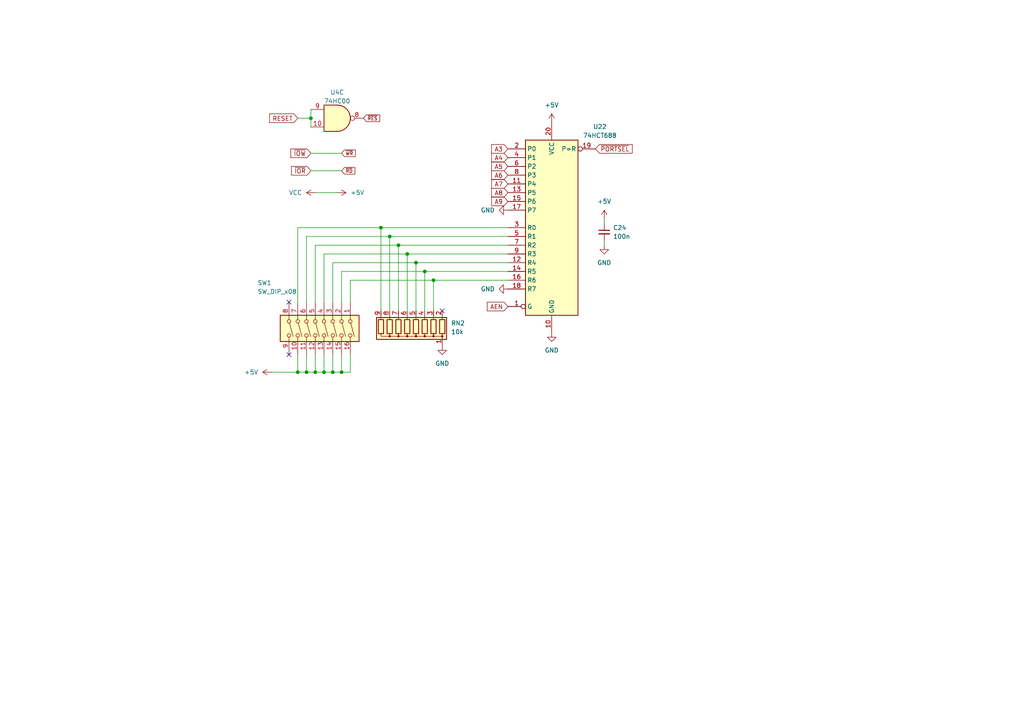
<source format=kicad_sch>
(kicad_sch
	(version 20250114)
	(generator "eeschema")
	(generator_version "9.0")
	(uuid "2f5a4bc8-c08b-4025-aeeb-3451a9c76f13")
	(paper "A4")
	(lib_symbols
		(symbol "74xx:74HC00"
			(pin_names
				(offset 1.016)
			)
			(exclude_from_sim no)
			(in_bom yes)
			(on_board yes)
			(property "Reference" "U"
				(at 0 1.27 0)
				(effects
					(font
						(size 1.27 1.27)
					)
				)
			)
			(property "Value" "74HC00"
				(at 0 -1.27 0)
				(effects
					(font
						(size 1.27 1.27)
					)
				)
			)
			(property "Footprint" ""
				(at 0 0 0)
				(effects
					(font
						(size 1.27 1.27)
					)
					(hide yes)
				)
			)
			(property "Datasheet" "http://www.ti.com/lit/gpn/sn74hc00"
				(at 0 0 0)
				(effects
					(font
						(size 1.27 1.27)
					)
					(hide yes)
				)
			)
			(property "Description" "quad 2-input NAND gate"
				(at 0 0 0)
				(effects
					(font
						(size 1.27 1.27)
					)
					(hide yes)
				)
			)
			(property "ki_locked" ""
				(at 0 0 0)
				(effects
					(font
						(size 1.27 1.27)
					)
				)
			)
			(property "ki_keywords" "HCMOS nand 2-input"
				(at 0 0 0)
				(effects
					(font
						(size 1.27 1.27)
					)
					(hide yes)
				)
			)
			(property "ki_fp_filters" "DIP*W7.62mm* SO14*"
				(at 0 0 0)
				(effects
					(font
						(size 1.27 1.27)
					)
					(hide yes)
				)
			)
			(symbol "74HC00_1_1"
				(arc
					(start 0 3.81)
					(mid 3.7934 0)
					(end 0 -3.81)
					(stroke
						(width 0.254)
						(type default)
					)
					(fill
						(type background)
					)
				)
				(polyline
					(pts
						(xy 0 3.81) (xy -3.81 3.81) (xy -3.81 -3.81) (xy 0 -3.81)
					)
					(stroke
						(width 0.254)
						(type default)
					)
					(fill
						(type background)
					)
				)
				(pin input line
					(at -7.62 2.54 0)
					(length 3.81)
					(name "~"
						(effects
							(font
								(size 1.27 1.27)
							)
						)
					)
					(number "1"
						(effects
							(font
								(size 1.27 1.27)
							)
						)
					)
				)
				(pin input line
					(at -7.62 -2.54 0)
					(length 3.81)
					(name "~"
						(effects
							(font
								(size 1.27 1.27)
							)
						)
					)
					(number "2"
						(effects
							(font
								(size 1.27 1.27)
							)
						)
					)
				)
				(pin output inverted
					(at 7.62 0 180)
					(length 3.81)
					(name "~"
						(effects
							(font
								(size 1.27 1.27)
							)
						)
					)
					(number "3"
						(effects
							(font
								(size 1.27 1.27)
							)
						)
					)
				)
			)
			(symbol "74HC00_1_2"
				(arc
					(start -3.81 3.81)
					(mid -2.589 0)
					(end -3.81 -3.81)
					(stroke
						(width 0.254)
						(type default)
					)
					(fill
						(type none)
					)
				)
				(polyline
					(pts
						(xy -3.81 3.81) (xy -0.635 3.81)
					)
					(stroke
						(width 0.254)
						(type default)
					)
					(fill
						(type background)
					)
				)
				(polyline
					(pts
						(xy -3.81 -3.81) (xy -0.635 -3.81)
					)
					(stroke
						(width 0.254)
						(type default)
					)
					(fill
						(type background)
					)
				)
				(arc
					(start 3.81 0)
					(mid 2.1855 -2.584)
					(end -0.6096 -3.81)
					(stroke
						(width 0.254)
						(type default)
					)
					(fill
						(type background)
					)
				)
				(arc
					(start -0.6096 3.81)
					(mid 2.1928 2.5924)
					(end 3.81 0)
					(stroke
						(width 0.254)
						(type default)
					)
					(fill
						(type background)
					)
				)
				(polyline
					(pts
						(xy -0.635 3.81) (xy -3.81 3.81) (xy -3.81 3.81) (xy -3.556 3.4036) (xy -3.0226 2.2606) (xy -2.6924 1.0414)
						(xy -2.6162 -0.254) (xy -2.7686 -1.4986) (xy -3.175 -2.7178) (xy -3.81 -3.81) (xy -3.81 -3.81)
						(xy -0.635 -3.81)
					)
					(stroke
						(width -25.4)
						(type default)
					)
					(fill
						(type background)
					)
				)
				(pin input inverted
					(at -7.62 2.54 0)
					(length 4.318)
					(name "~"
						(effects
							(font
								(size 1.27 1.27)
							)
						)
					)
					(number "1"
						(effects
							(font
								(size 1.27 1.27)
							)
						)
					)
				)
				(pin input inverted
					(at -7.62 -2.54 0)
					(length 4.318)
					(name "~"
						(effects
							(font
								(size 1.27 1.27)
							)
						)
					)
					(number "2"
						(effects
							(font
								(size 1.27 1.27)
							)
						)
					)
				)
				(pin output line
					(at 7.62 0 180)
					(length 3.81)
					(name "~"
						(effects
							(font
								(size 1.27 1.27)
							)
						)
					)
					(number "3"
						(effects
							(font
								(size 1.27 1.27)
							)
						)
					)
				)
			)
			(symbol "74HC00_2_1"
				(arc
					(start 0 3.81)
					(mid 3.7934 0)
					(end 0 -3.81)
					(stroke
						(width 0.254)
						(type default)
					)
					(fill
						(type background)
					)
				)
				(polyline
					(pts
						(xy 0 3.81) (xy -3.81 3.81) (xy -3.81 -3.81) (xy 0 -3.81)
					)
					(stroke
						(width 0.254)
						(type default)
					)
					(fill
						(type background)
					)
				)
				(pin input line
					(at -7.62 2.54 0)
					(length 3.81)
					(name "~"
						(effects
							(font
								(size 1.27 1.27)
							)
						)
					)
					(number "4"
						(effects
							(font
								(size 1.27 1.27)
							)
						)
					)
				)
				(pin input line
					(at -7.62 -2.54 0)
					(length 3.81)
					(name "~"
						(effects
							(font
								(size 1.27 1.27)
							)
						)
					)
					(number "5"
						(effects
							(font
								(size 1.27 1.27)
							)
						)
					)
				)
				(pin output inverted
					(at 7.62 0 180)
					(length 3.81)
					(name "~"
						(effects
							(font
								(size 1.27 1.27)
							)
						)
					)
					(number "6"
						(effects
							(font
								(size 1.27 1.27)
							)
						)
					)
				)
			)
			(symbol "74HC00_2_2"
				(arc
					(start -3.81 3.81)
					(mid -2.589 0)
					(end -3.81 -3.81)
					(stroke
						(width 0.254)
						(type default)
					)
					(fill
						(type none)
					)
				)
				(polyline
					(pts
						(xy -3.81 3.81) (xy -0.635 3.81)
					)
					(stroke
						(width 0.254)
						(type default)
					)
					(fill
						(type background)
					)
				)
				(polyline
					(pts
						(xy -3.81 -3.81) (xy -0.635 -3.81)
					)
					(stroke
						(width 0.254)
						(type default)
					)
					(fill
						(type background)
					)
				)
				(arc
					(start 3.81 0)
					(mid 2.1855 -2.584)
					(end -0.6096 -3.81)
					(stroke
						(width 0.254)
						(type default)
					)
					(fill
						(type background)
					)
				)
				(arc
					(start -0.6096 3.81)
					(mid 2.1928 2.5924)
					(end 3.81 0)
					(stroke
						(width 0.254)
						(type default)
					)
					(fill
						(type background)
					)
				)
				(polyline
					(pts
						(xy -0.635 3.81) (xy -3.81 3.81) (xy -3.81 3.81) (xy -3.556 3.4036) (xy -3.0226 2.2606) (xy -2.6924 1.0414)
						(xy -2.6162 -0.254) (xy -2.7686 -1.4986) (xy -3.175 -2.7178) (xy -3.81 -3.81) (xy -3.81 -3.81)
						(xy -0.635 -3.81)
					)
					(stroke
						(width -25.4)
						(type default)
					)
					(fill
						(type background)
					)
				)
				(pin input inverted
					(at -7.62 2.54 0)
					(length 4.318)
					(name "~"
						(effects
							(font
								(size 1.27 1.27)
							)
						)
					)
					(number "4"
						(effects
							(font
								(size 1.27 1.27)
							)
						)
					)
				)
				(pin input inverted
					(at -7.62 -2.54 0)
					(length 4.318)
					(name "~"
						(effects
							(font
								(size 1.27 1.27)
							)
						)
					)
					(number "5"
						(effects
							(font
								(size 1.27 1.27)
							)
						)
					)
				)
				(pin output line
					(at 7.62 0 180)
					(length 3.81)
					(name "~"
						(effects
							(font
								(size 1.27 1.27)
							)
						)
					)
					(number "6"
						(effects
							(font
								(size 1.27 1.27)
							)
						)
					)
				)
			)
			(symbol "74HC00_3_1"
				(arc
					(start 0 3.81)
					(mid 3.7934 0)
					(end 0 -3.81)
					(stroke
						(width 0.254)
						(type default)
					)
					(fill
						(type background)
					)
				)
				(polyline
					(pts
						(xy 0 3.81) (xy -3.81 3.81) (xy -3.81 -3.81) (xy 0 -3.81)
					)
					(stroke
						(width 0.254)
						(type default)
					)
					(fill
						(type background)
					)
				)
				(pin input line
					(at -7.62 2.54 0)
					(length 3.81)
					(name "~"
						(effects
							(font
								(size 1.27 1.27)
							)
						)
					)
					(number "9"
						(effects
							(font
								(size 1.27 1.27)
							)
						)
					)
				)
				(pin input line
					(at -7.62 -2.54 0)
					(length 3.81)
					(name "~"
						(effects
							(font
								(size 1.27 1.27)
							)
						)
					)
					(number "10"
						(effects
							(font
								(size 1.27 1.27)
							)
						)
					)
				)
				(pin output inverted
					(at 7.62 0 180)
					(length 3.81)
					(name "~"
						(effects
							(font
								(size 1.27 1.27)
							)
						)
					)
					(number "8"
						(effects
							(font
								(size 1.27 1.27)
							)
						)
					)
				)
			)
			(symbol "74HC00_3_2"
				(arc
					(start -3.81 3.81)
					(mid -2.589 0)
					(end -3.81 -3.81)
					(stroke
						(width 0.254)
						(type default)
					)
					(fill
						(type none)
					)
				)
				(polyline
					(pts
						(xy -3.81 3.81) (xy -0.635 3.81)
					)
					(stroke
						(width 0.254)
						(type default)
					)
					(fill
						(type background)
					)
				)
				(polyline
					(pts
						(xy -3.81 -3.81) (xy -0.635 -3.81)
					)
					(stroke
						(width 0.254)
						(type default)
					)
					(fill
						(type background)
					)
				)
				(arc
					(start 3.81 0)
					(mid 2.1855 -2.584)
					(end -0.6096 -3.81)
					(stroke
						(width 0.254)
						(type default)
					)
					(fill
						(type background)
					)
				)
				(arc
					(start -0.6096 3.81)
					(mid 2.1928 2.5924)
					(end 3.81 0)
					(stroke
						(width 0.254)
						(type default)
					)
					(fill
						(type background)
					)
				)
				(polyline
					(pts
						(xy -0.635 3.81) (xy -3.81 3.81) (xy -3.81 3.81) (xy -3.556 3.4036) (xy -3.0226 2.2606) (xy -2.6924 1.0414)
						(xy -2.6162 -0.254) (xy -2.7686 -1.4986) (xy -3.175 -2.7178) (xy -3.81 -3.81) (xy -3.81 -3.81)
						(xy -0.635 -3.81)
					)
					(stroke
						(width -25.4)
						(type default)
					)
					(fill
						(type background)
					)
				)
				(pin input inverted
					(at -7.62 2.54 0)
					(length 4.318)
					(name "~"
						(effects
							(font
								(size 1.27 1.27)
							)
						)
					)
					(number "9"
						(effects
							(font
								(size 1.27 1.27)
							)
						)
					)
				)
				(pin input inverted
					(at -7.62 -2.54 0)
					(length 4.318)
					(name "~"
						(effects
							(font
								(size 1.27 1.27)
							)
						)
					)
					(number "10"
						(effects
							(font
								(size 1.27 1.27)
							)
						)
					)
				)
				(pin output line
					(at 7.62 0 180)
					(length 3.81)
					(name "~"
						(effects
							(font
								(size 1.27 1.27)
							)
						)
					)
					(number "8"
						(effects
							(font
								(size 1.27 1.27)
							)
						)
					)
				)
			)
			(symbol "74HC00_4_1"
				(arc
					(start 0 3.81)
					(mid 3.7934 0)
					(end 0 -3.81)
					(stroke
						(width 0.254)
						(type default)
					)
					(fill
						(type background)
					)
				)
				(polyline
					(pts
						(xy 0 3.81) (xy -3.81 3.81) (xy -3.81 -3.81) (xy 0 -3.81)
					)
					(stroke
						(width 0.254)
						(type default)
					)
					(fill
						(type background)
					)
				)
				(pin input line
					(at -7.62 2.54 0)
					(length 3.81)
					(name "~"
						(effects
							(font
								(size 1.27 1.27)
							)
						)
					)
					(number "12"
						(effects
							(font
								(size 1.27 1.27)
							)
						)
					)
				)
				(pin input line
					(at -7.62 -2.54 0)
					(length 3.81)
					(name "~"
						(effects
							(font
								(size 1.27 1.27)
							)
						)
					)
					(number "13"
						(effects
							(font
								(size 1.27 1.27)
							)
						)
					)
				)
				(pin output inverted
					(at 7.62 0 180)
					(length 3.81)
					(name "~"
						(effects
							(font
								(size 1.27 1.27)
							)
						)
					)
					(number "11"
						(effects
							(font
								(size 1.27 1.27)
							)
						)
					)
				)
			)
			(symbol "74HC00_4_2"
				(arc
					(start -3.81 3.81)
					(mid -2.589 0)
					(end -3.81 -3.81)
					(stroke
						(width 0.254)
						(type default)
					)
					(fill
						(type none)
					)
				)
				(polyline
					(pts
						(xy -3.81 3.81) (xy -0.635 3.81)
					)
					(stroke
						(width 0.254)
						(type default)
					)
					(fill
						(type background)
					)
				)
				(polyline
					(pts
						(xy -3.81 -3.81) (xy -0.635 -3.81)
					)
					(stroke
						(width 0.254)
						(type default)
					)
					(fill
						(type background)
					)
				)
				(arc
					(start 3.81 0)
					(mid 2.1855 -2.584)
					(end -0.6096 -3.81)
					(stroke
						(width 0.254)
						(type default)
					)
					(fill
						(type background)
					)
				)
				(arc
					(start -0.6096 3.81)
					(mid 2.1928 2.5924)
					(end 3.81 0)
					(stroke
						(width 0.254)
						(type default)
					)
					(fill
						(type background)
					)
				)
				(polyline
					(pts
						(xy -0.635 3.81) (xy -3.81 3.81) (xy -3.81 3.81) (xy -3.556 3.4036) (xy -3.0226 2.2606) (xy -2.6924 1.0414)
						(xy -2.6162 -0.254) (xy -2.7686 -1.4986) (xy -3.175 -2.7178) (xy -3.81 -3.81) (xy -3.81 -3.81)
						(xy -0.635 -3.81)
					)
					(stroke
						(width -25.4)
						(type default)
					)
					(fill
						(type background)
					)
				)
				(pin input inverted
					(at -7.62 2.54 0)
					(length 4.318)
					(name "~"
						(effects
							(font
								(size 1.27 1.27)
							)
						)
					)
					(number "12"
						(effects
							(font
								(size 1.27 1.27)
							)
						)
					)
				)
				(pin input inverted
					(at -7.62 -2.54 0)
					(length 4.318)
					(name "~"
						(effects
							(font
								(size 1.27 1.27)
							)
						)
					)
					(number "13"
						(effects
							(font
								(size 1.27 1.27)
							)
						)
					)
				)
				(pin output line
					(at 7.62 0 180)
					(length 3.81)
					(name "~"
						(effects
							(font
								(size 1.27 1.27)
							)
						)
					)
					(number "11"
						(effects
							(font
								(size 1.27 1.27)
							)
						)
					)
				)
			)
			(symbol "74HC00_5_0"
				(pin power_in line
					(at 0 12.7 270)
					(length 5.08)
					(name "VCC"
						(effects
							(font
								(size 1.27 1.27)
							)
						)
					)
					(number "14"
						(effects
							(font
								(size 1.27 1.27)
							)
						)
					)
				)
				(pin power_in line
					(at 0 -12.7 90)
					(length 5.08)
					(name "GND"
						(effects
							(font
								(size 1.27 1.27)
							)
						)
					)
					(number "7"
						(effects
							(font
								(size 1.27 1.27)
							)
						)
					)
				)
			)
			(symbol "74HC00_5_1"
				(rectangle
					(start -5.08 7.62)
					(end 5.08 -7.62)
					(stroke
						(width 0.254)
						(type default)
					)
					(fill
						(type background)
					)
				)
			)
			(embedded_fonts no)
		)
		(symbol "74xx:74HCT688"
			(exclude_from_sim no)
			(in_bom yes)
			(on_board yes)
			(property "Reference" "U"
				(at -7.62 26.67 0)
				(effects
					(font
						(size 1.27 1.27)
					)
				)
			)
			(property "Value" "74HCT688"
				(at -7.62 -26.67 0)
				(effects
					(font
						(size 1.27 1.27)
					)
				)
			)
			(property "Footprint" ""
				(at 0 0 0)
				(effects
					(font
						(size 1.27 1.27)
					)
					(hide yes)
				)
			)
			(property "Datasheet" "https://www.ti.com/lit/ds/symlink/cd54hc688.pdf"
				(at 0 0 0)
				(effects
					(font
						(size 1.27 1.27)
					)
					(hide yes)
				)
			)
			(property "Description" "8-bit magnitude comparator"
				(at 0 0 0)
				(effects
					(font
						(size 1.27 1.27)
					)
					(hide yes)
				)
			)
			(property "ki_keywords" "HCTMOS DECOD Arith"
				(at 0 0 0)
				(effects
					(font
						(size 1.27 1.27)
					)
					(hide yes)
				)
			)
			(property "ki_fp_filters" "DIP?20* SOIC?20* SO?20* TSSOP?20*"
				(at 0 0 0)
				(effects
					(font
						(size 1.27 1.27)
					)
					(hide yes)
				)
			)
			(symbol "74HCT688_1_0"
				(pin input line
					(at -12.7 22.86 0)
					(length 5.08)
					(name "P0"
						(effects
							(font
								(size 1.27 1.27)
							)
						)
					)
					(number "2"
						(effects
							(font
								(size 1.27 1.27)
							)
						)
					)
				)
				(pin input line
					(at -12.7 20.32 0)
					(length 5.08)
					(name "P1"
						(effects
							(font
								(size 1.27 1.27)
							)
						)
					)
					(number "4"
						(effects
							(font
								(size 1.27 1.27)
							)
						)
					)
				)
				(pin input line
					(at -12.7 17.78 0)
					(length 5.08)
					(name "P2"
						(effects
							(font
								(size 1.27 1.27)
							)
						)
					)
					(number "6"
						(effects
							(font
								(size 1.27 1.27)
							)
						)
					)
				)
				(pin input line
					(at -12.7 15.24 0)
					(length 5.08)
					(name "P3"
						(effects
							(font
								(size 1.27 1.27)
							)
						)
					)
					(number "8"
						(effects
							(font
								(size 1.27 1.27)
							)
						)
					)
				)
				(pin input line
					(at -12.7 12.7 0)
					(length 5.08)
					(name "P4"
						(effects
							(font
								(size 1.27 1.27)
							)
						)
					)
					(number "11"
						(effects
							(font
								(size 1.27 1.27)
							)
						)
					)
				)
				(pin input line
					(at -12.7 10.16 0)
					(length 5.08)
					(name "P5"
						(effects
							(font
								(size 1.27 1.27)
							)
						)
					)
					(number "13"
						(effects
							(font
								(size 1.27 1.27)
							)
						)
					)
				)
				(pin input line
					(at -12.7 7.62 0)
					(length 5.08)
					(name "P6"
						(effects
							(font
								(size 1.27 1.27)
							)
						)
					)
					(number "15"
						(effects
							(font
								(size 1.27 1.27)
							)
						)
					)
				)
				(pin input line
					(at -12.7 5.08 0)
					(length 5.08)
					(name "P7"
						(effects
							(font
								(size 1.27 1.27)
							)
						)
					)
					(number "17"
						(effects
							(font
								(size 1.27 1.27)
							)
						)
					)
				)
				(pin input line
					(at -12.7 0 0)
					(length 5.08)
					(name "R0"
						(effects
							(font
								(size 1.27 1.27)
							)
						)
					)
					(number "3"
						(effects
							(font
								(size 1.27 1.27)
							)
						)
					)
				)
				(pin input line
					(at -12.7 -2.54 0)
					(length 5.08)
					(name "R1"
						(effects
							(font
								(size 1.27 1.27)
							)
						)
					)
					(number "5"
						(effects
							(font
								(size 1.27 1.27)
							)
						)
					)
				)
				(pin input line
					(at -12.7 -5.08 0)
					(length 5.08)
					(name "R2"
						(effects
							(font
								(size 1.27 1.27)
							)
						)
					)
					(number "7"
						(effects
							(font
								(size 1.27 1.27)
							)
						)
					)
				)
				(pin input line
					(at -12.7 -7.62 0)
					(length 5.08)
					(name "R3"
						(effects
							(font
								(size 1.27 1.27)
							)
						)
					)
					(number "9"
						(effects
							(font
								(size 1.27 1.27)
							)
						)
					)
				)
				(pin input line
					(at -12.7 -10.16 0)
					(length 5.08)
					(name "R4"
						(effects
							(font
								(size 1.27 1.27)
							)
						)
					)
					(number "12"
						(effects
							(font
								(size 1.27 1.27)
							)
						)
					)
				)
				(pin input line
					(at -12.7 -12.7 0)
					(length 5.08)
					(name "R5"
						(effects
							(font
								(size 1.27 1.27)
							)
						)
					)
					(number "14"
						(effects
							(font
								(size 1.27 1.27)
							)
						)
					)
				)
				(pin input line
					(at -12.7 -15.24 0)
					(length 5.08)
					(name "R6"
						(effects
							(font
								(size 1.27 1.27)
							)
						)
					)
					(number "16"
						(effects
							(font
								(size 1.27 1.27)
							)
						)
					)
				)
				(pin input line
					(at -12.7 -17.78 0)
					(length 5.08)
					(name "R7"
						(effects
							(font
								(size 1.27 1.27)
							)
						)
					)
					(number "18"
						(effects
							(font
								(size 1.27 1.27)
							)
						)
					)
				)
				(pin input inverted
					(at -12.7 -22.86 0)
					(length 5.08)
					(name "G"
						(effects
							(font
								(size 1.27 1.27)
							)
						)
					)
					(number "1"
						(effects
							(font
								(size 1.27 1.27)
							)
						)
					)
				)
				(pin power_in line
					(at 0 30.48 270)
					(length 5.08)
					(name "VCC"
						(effects
							(font
								(size 1.27 1.27)
							)
						)
					)
					(number "20"
						(effects
							(font
								(size 1.27 1.27)
							)
						)
					)
				)
				(pin power_in line
					(at 0 -30.48 90)
					(length 5.08)
					(name "GND"
						(effects
							(font
								(size 1.27 1.27)
							)
						)
					)
					(number "10"
						(effects
							(font
								(size 1.27 1.27)
							)
						)
					)
				)
				(pin output inverted
					(at 12.7 22.86 180)
					(length 5.08)
					(name "P=R"
						(effects
							(font
								(size 1.27 1.27)
							)
						)
					)
					(number "19"
						(effects
							(font
								(size 1.27 1.27)
							)
						)
					)
				)
			)
			(symbol "74HCT688_1_1"
				(rectangle
					(start -7.62 25.4)
					(end 7.62 -25.4)
					(stroke
						(width 0.254)
						(type default)
					)
					(fill
						(type background)
					)
				)
			)
			(embedded_fonts no)
		)
		(symbol "Device:C_Small"
			(pin_numbers
				(hide yes)
			)
			(pin_names
				(offset 0.254)
				(hide yes)
			)
			(exclude_from_sim no)
			(in_bom yes)
			(on_board yes)
			(property "Reference" "C"
				(at 0.254 1.778 0)
				(effects
					(font
						(size 1.27 1.27)
					)
					(justify left)
				)
			)
			(property "Value" "C_Small"
				(at 0.254 -2.032 0)
				(effects
					(font
						(size 1.27 1.27)
					)
					(justify left)
				)
			)
			(property "Footprint" ""
				(at 0 0 0)
				(effects
					(font
						(size 1.27 1.27)
					)
					(hide yes)
				)
			)
			(property "Datasheet" "~"
				(at 0 0 0)
				(effects
					(font
						(size 1.27 1.27)
					)
					(hide yes)
				)
			)
			(property "Description" "Unpolarized capacitor, small symbol"
				(at 0 0 0)
				(effects
					(font
						(size 1.27 1.27)
					)
					(hide yes)
				)
			)
			(property "ki_keywords" "capacitor cap"
				(at 0 0 0)
				(effects
					(font
						(size 1.27 1.27)
					)
					(hide yes)
				)
			)
			(property "ki_fp_filters" "C_*"
				(at 0 0 0)
				(effects
					(font
						(size 1.27 1.27)
					)
					(hide yes)
				)
			)
			(symbol "C_Small_0_1"
				(polyline
					(pts
						(xy -1.524 0.508) (xy 1.524 0.508)
					)
					(stroke
						(width 0.3048)
						(type default)
					)
					(fill
						(type none)
					)
				)
				(polyline
					(pts
						(xy -1.524 -0.508) (xy 1.524 -0.508)
					)
					(stroke
						(width 0.3302)
						(type default)
					)
					(fill
						(type none)
					)
				)
			)
			(symbol "C_Small_1_1"
				(pin passive line
					(at 0 2.54 270)
					(length 2.032)
					(name "~"
						(effects
							(font
								(size 1.27 1.27)
							)
						)
					)
					(number "1"
						(effects
							(font
								(size 1.27 1.27)
							)
						)
					)
				)
				(pin passive line
					(at 0 -2.54 90)
					(length 2.032)
					(name "~"
						(effects
							(font
								(size 1.27 1.27)
							)
						)
					)
					(number "2"
						(effects
							(font
								(size 1.27 1.27)
							)
						)
					)
				)
			)
			(embedded_fonts no)
		)
		(symbol "Device:R_Network08"
			(pin_names
				(offset 0)
				(hide yes)
			)
			(exclude_from_sim no)
			(in_bom yes)
			(on_board yes)
			(property "Reference" "RN"
				(at -12.7 0 90)
				(effects
					(font
						(size 1.27 1.27)
					)
				)
			)
			(property "Value" "R_Network08"
				(at 10.16 0 90)
				(effects
					(font
						(size 1.27 1.27)
					)
				)
			)
			(property "Footprint" "Resistor_THT:R_Array_SIP9"
				(at 12.065 0 90)
				(effects
					(font
						(size 1.27 1.27)
					)
					(hide yes)
				)
			)
			(property "Datasheet" "http://www.vishay.com/docs/31509/csc.pdf"
				(at 0 0 0)
				(effects
					(font
						(size 1.27 1.27)
					)
					(hide yes)
				)
			)
			(property "Description" "8 resistor network, star topology, bussed resistors, small symbol"
				(at 0 0 0)
				(effects
					(font
						(size 1.27 1.27)
					)
					(hide yes)
				)
			)
			(property "ki_keywords" "R network star-topology"
				(at 0 0 0)
				(effects
					(font
						(size 1.27 1.27)
					)
					(hide yes)
				)
			)
			(property "ki_fp_filters" "R?Array?SIP*"
				(at 0 0 0)
				(effects
					(font
						(size 1.27 1.27)
					)
					(hide yes)
				)
			)
			(symbol "R_Network08_0_1"
				(rectangle
					(start -11.43 -3.175)
					(end 8.89 3.175)
					(stroke
						(width 0.254)
						(type default)
					)
					(fill
						(type background)
					)
				)
				(rectangle
					(start -10.922 1.524)
					(end -9.398 -2.54)
					(stroke
						(width 0.254)
						(type default)
					)
					(fill
						(type none)
					)
				)
				(circle
					(center -10.16 2.286)
					(radius 0.254)
					(stroke
						(width 0)
						(type default)
					)
					(fill
						(type outline)
					)
				)
				(polyline
					(pts
						(xy -10.16 1.524) (xy -10.16 2.286) (xy -7.62 2.286) (xy -7.62 1.524)
					)
					(stroke
						(width 0)
						(type default)
					)
					(fill
						(type none)
					)
				)
				(polyline
					(pts
						(xy -10.16 -2.54) (xy -10.16 -3.81)
					)
					(stroke
						(width 0)
						(type default)
					)
					(fill
						(type none)
					)
				)
				(rectangle
					(start -8.382 1.524)
					(end -6.858 -2.54)
					(stroke
						(width 0.254)
						(type default)
					)
					(fill
						(type none)
					)
				)
				(circle
					(center -7.62 2.286)
					(radius 0.254)
					(stroke
						(width 0)
						(type default)
					)
					(fill
						(type outline)
					)
				)
				(polyline
					(pts
						(xy -7.62 1.524) (xy -7.62 2.286) (xy -5.08 2.286) (xy -5.08 1.524)
					)
					(stroke
						(width 0)
						(type default)
					)
					(fill
						(type none)
					)
				)
				(polyline
					(pts
						(xy -7.62 -2.54) (xy -7.62 -3.81)
					)
					(stroke
						(width 0)
						(type default)
					)
					(fill
						(type none)
					)
				)
				(rectangle
					(start -5.842 1.524)
					(end -4.318 -2.54)
					(stroke
						(width 0.254)
						(type default)
					)
					(fill
						(type none)
					)
				)
				(circle
					(center -5.08 2.286)
					(radius 0.254)
					(stroke
						(width 0)
						(type default)
					)
					(fill
						(type outline)
					)
				)
				(polyline
					(pts
						(xy -5.08 1.524) (xy -5.08 2.286) (xy -2.54 2.286) (xy -2.54 1.524)
					)
					(stroke
						(width 0)
						(type default)
					)
					(fill
						(type none)
					)
				)
				(polyline
					(pts
						(xy -5.08 -2.54) (xy -5.08 -3.81)
					)
					(stroke
						(width 0)
						(type default)
					)
					(fill
						(type none)
					)
				)
				(rectangle
					(start -3.302 1.524)
					(end -1.778 -2.54)
					(stroke
						(width 0.254)
						(type default)
					)
					(fill
						(type none)
					)
				)
				(circle
					(center -2.54 2.286)
					(radius 0.254)
					(stroke
						(width 0)
						(type default)
					)
					(fill
						(type outline)
					)
				)
				(polyline
					(pts
						(xy -2.54 1.524) (xy -2.54 2.286) (xy 0 2.286) (xy 0 1.524)
					)
					(stroke
						(width 0)
						(type default)
					)
					(fill
						(type none)
					)
				)
				(polyline
					(pts
						(xy -2.54 -2.54) (xy -2.54 -3.81)
					)
					(stroke
						(width 0)
						(type default)
					)
					(fill
						(type none)
					)
				)
				(rectangle
					(start -0.762 1.524)
					(end 0.762 -2.54)
					(stroke
						(width 0.254)
						(type default)
					)
					(fill
						(type none)
					)
				)
				(circle
					(center 0 2.286)
					(radius 0.254)
					(stroke
						(width 0)
						(type default)
					)
					(fill
						(type outline)
					)
				)
				(polyline
					(pts
						(xy 0 1.524) (xy 0 2.286) (xy 2.54 2.286) (xy 2.54 1.524)
					)
					(stroke
						(width 0)
						(type default)
					)
					(fill
						(type none)
					)
				)
				(polyline
					(pts
						(xy 0 -2.54) (xy 0 -3.81)
					)
					(stroke
						(width 0)
						(type default)
					)
					(fill
						(type none)
					)
				)
				(rectangle
					(start 1.778 1.524)
					(end 3.302 -2.54)
					(stroke
						(width 0.254)
						(type default)
					)
					(fill
						(type none)
					)
				)
				(circle
					(center 2.54 2.286)
					(radius 0.254)
					(stroke
						(width 0)
						(type default)
					)
					(fill
						(type outline)
					)
				)
				(polyline
					(pts
						(xy 2.54 1.524) (xy 2.54 2.286) (xy 5.08 2.286) (xy 5.08 1.524)
					)
					(stroke
						(width 0)
						(type default)
					)
					(fill
						(type none)
					)
				)
				(polyline
					(pts
						(xy 2.54 -2.54) (xy 2.54 -3.81)
					)
					(stroke
						(width 0)
						(type default)
					)
					(fill
						(type none)
					)
				)
				(rectangle
					(start 4.318 1.524)
					(end 5.842 -2.54)
					(stroke
						(width 0.254)
						(type default)
					)
					(fill
						(type none)
					)
				)
				(circle
					(center 5.08 2.286)
					(radius 0.254)
					(stroke
						(width 0)
						(type default)
					)
					(fill
						(type outline)
					)
				)
				(polyline
					(pts
						(xy 5.08 1.524) (xy 5.08 2.286) (xy 7.62 2.286) (xy 7.62 1.524)
					)
					(stroke
						(width 0)
						(type default)
					)
					(fill
						(type none)
					)
				)
				(polyline
					(pts
						(xy 5.08 -2.54) (xy 5.08 -3.81)
					)
					(stroke
						(width 0)
						(type default)
					)
					(fill
						(type none)
					)
				)
				(rectangle
					(start 6.858 1.524)
					(end 8.382 -2.54)
					(stroke
						(width 0.254)
						(type default)
					)
					(fill
						(type none)
					)
				)
				(polyline
					(pts
						(xy 7.62 -2.54) (xy 7.62 -3.81)
					)
					(stroke
						(width 0)
						(type default)
					)
					(fill
						(type none)
					)
				)
			)
			(symbol "R_Network08_1_1"
				(pin passive line
					(at -10.16 5.08 270)
					(length 2.54)
					(name "common"
						(effects
							(font
								(size 1.27 1.27)
							)
						)
					)
					(number "1"
						(effects
							(font
								(size 1.27 1.27)
							)
						)
					)
				)
				(pin passive line
					(at -10.16 -5.08 90)
					(length 1.27)
					(name "R1"
						(effects
							(font
								(size 1.27 1.27)
							)
						)
					)
					(number "2"
						(effects
							(font
								(size 1.27 1.27)
							)
						)
					)
				)
				(pin passive line
					(at -7.62 -5.08 90)
					(length 1.27)
					(name "R2"
						(effects
							(font
								(size 1.27 1.27)
							)
						)
					)
					(number "3"
						(effects
							(font
								(size 1.27 1.27)
							)
						)
					)
				)
				(pin passive line
					(at -5.08 -5.08 90)
					(length 1.27)
					(name "R3"
						(effects
							(font
								(size 1.27 1.27)
							)
						)
					)
					(number "4"
						(effects
							(font
								(size 1.27 1.27)
							)
						)
					)
				)
				(pin passive line
					(at -2.54 -5.08 90)
					(length 1.27)
					(name "R4"
						(effects
							(font
								(size 1.27 1.27)
							)
						)
					)
					(number "5"
						(effects
							(font
								(size 1.27 1.27)
							)
						)
					)
				)
				(pin passive line
					(at 0 -5.08 90)
					(length 1.27)
					(name "R5"
						(effects
							(font
								(size 1.27 1.27)
							)
						)
					)
					(number "6"
						(effects
							(font
								(size 1.27 1.27)
							)
						)
					)
				)
				(pin passive line
					(at 2.54 -5.08 90)
					(length 1.27)
					(name "R6"
						(effects
							(font
								(size 1.27 1.27)
							)
						)
					)
					(number "7"
						(effects
							(font
								(size 1.27 1.27)
							)
						)
					)
				)
				(pin passive line
					(at 5.08 -5.08 90)
					(length 1.27)
					(name "R7"
						(effects
							(font
								(size 1.27 1.27)
							)
						)
					)
					(number "8"
						(effects
							(font
								(size 1.27 1.27)
							)
						)
					)
				)
				(pin passive line
					(at 7.62 -5.08 90)
					(length 1.27)
					(name "R8"
						(effects
							(font
								(size 1.27 1.27)
							)
						)
					)
					(number "9"
						(effects
							(font
								(size 1.27 1.27)
							)
						)
					)
				)
			)
			(embedded_fonts no)
		)
		(symbol "Switch:SW_DIP_x08"
			(pin_names
				(offset 0)
				(hide yes)
			)
			(exclude_from_sim no)
			(in_bom yes)
			(on_board yes)
			(property "Reference" "SW"
				(at 0 13.97 0)
				(effects
					(font
						(size 1.27 1.27)
					)
				)
			)
			(property "Value" "SW_DIP_x08"
				(at 0 -11.43 0)
				(effects
					(font
						(size 1.27 1.27)
					)
				)
			)
			(property "Footprint" ""
				(at 0 0 0)
				(effects
					(font
						(size 1.27 1.27)
					)
					(hide yes)
				)
			)
			(property "Datasheet" "~"
				(at 0 0 0)
				(effects
					(font
						(size 1.27 1.27)
					)
					(hide yes)
				)
			)
			(property "Description" "8x DIP Switch, Single Pole Single Throw (SPST) switch, small symbol"
				(at 0 0 0)
				(effects
					(font
						(size 1.27 1.27)
					)
					(hide yes)
				)
			)
			(property "ki_keywords" "dip switch"
				(at 0 0 0)
				(effects
					(font
						(size 1.27 1.27)
					)
					(hide yes)
				)
			)
			(property "ki_fp_filters" "SW?DIP?x8*"
				(at 0 0 0)
				(effects
					(font
						(size 1.27 1.27)
					)
					(hide yes)
				)
			)
			(symbol "SW_DIP_x08_0_0"
				(circle
					(center -2.032 10.16)
					(radius 0.508)
					(stroke
						(width 0)
						(type default)
					)
					(fill
						(type none)
					)
				)
				(circle
					(center -2.032 7.62)
					(radius 0.508)
					(stroke
						(width 0)
						(type default)
					)
					(fill
						(type none)
					)
				)
				(circle
					(center -2.032 5.08)
					(radius 0.508)
					(stroke
						(width 0)
						(type default)
					)
					(fill
						(type none)
					)
				)
				(circle
					(center -2.032 2.54)
					(radius 0.508)
					(stroke
						(width 0)
						(type default)
					)
					(fill
						(type none)
					)
				)
				(circle
					(center -2.032 0)
					(radius 0.508)
					(stroke
						(width 0)
						(type default)
					)
					(fill
						(type none)
					)
				)
				(circle
					(center -2.032 -2.54)
					(radius 0.508)
					(stroke
						(width 0)
						(type default)
					)
					(fill
						(type none)
					)
				)
				(circle
					(center -2.032 -5.08)
					(radius 0.508)
					(stroke
						(width 0)
						(type default)
					)
					(fill
						(type none)
					)
				)
				(circle
					(center -2.032 -7.62)
					(radius 0.508)
					(stroke
						(width 0)
						(type default)
					)
					(fill
						(type none)
					)
				)
				(polyline
					(pts
						(xy -1.524 10.287) (xy 2.3622 11.3284)
					)
					(stroke
						(width 0)
						(type default)
					)
					(fill
						(type none)
					)
				)
				(polyline
					(pts
						(xy -1.524 7.747) (xy 2.3622 8.7884)
					)
					(stroke
						(width 0)
						(type default)
					)
					(fill
						(type none)
					)
				)
				(polyline
					(pts
						(xy -1.524 5.207) (xy 2.3622 6.2484)
					)
					(stroke
						(width 0)
						(type default)
					)
					(fill
						(type none)
					)
				)
				(polyline
					(pts
						(xy -1.524 2.667) (xy 2.3622 3.7084)
					)
					(stroke
						(width 0)
						(type default)
					)
					(fill
						(type none)
					)
				)
				(polyline
					(pts
						(xy -1.524 0.127) (xy 2.3622 1.1684)
					)
					(stroke
						(width 0)
						(type default)
					)
					(fill
						(type none)
					)
				)
				(polyline
					(pts
						(xy -1.524 -2.3876) (xy 2.3622 -1.3462)
					)
					(stroke
						(width 0)
						(type default)
					)
					(fill
						(type none)
					)
				)
				(polyline
					(pts
						(xy -1.524 -4.9276) (xy 2.3622 -3.8862)
					)
					(stroke
						(width 0)
						(type default)
					)
					(fill
						(type none)
					)
				)
				(polyline
					(pts
						(xy -1.524 -7.4676) (xy 2.3622 -6.4262)
					)
					(stroke
						(width 0)
						(type default)
					)
					(fill
						(type none)
					)
				)
				(circle
					(center 2.032 10.16)
					(radius 0.508)
					(stroke
						(width 0)
						(type default)
					)
					(fill
						(type none)
					)
				)
				(circle
					(center 2.032 7.62)
					(radius 0.508)
					(stroke
						(width 0)
						(type default)
					)
					(fill
						(type none)
					)
				)
				(circle
					(center 2.032 5.08)
					(radius 0.508)
					(stroke
						(width 0)
						(type default)
					)
					(fill
						(type none)
					)
				)
				(circle
					(center 2.032 2.54)
					(radius 0.508)
					(stroke
						(width 0)
						(type default)
					)
					(fill
						(type none)
					)
				)
				(circle
					(center 2.032 0)
					(radius 0.508)
					(stroke
						(width 0)
						(type default)
					)
					(fill
						(type none)
					)
				)
				(circle
					(center 2.032 -2.54)
					(radius 0.508)
					(stroke
						(width 0)
						(type default)
					)
					(fill
						(type none)
					)
				)
				(circle
					(center 2.032 -5.08)
					(radius 0.508)
					(stroke
						(width 0)
						(type default)
					)
					(fill
						(type none)
					)
				)
				(circle
					(center 2.032 -7.62)
					(radius 0.508)
					(stroke
						(width 0)
						(type default)
					)
					(fill
						(type none)
					)
				)
			)
			(symbol "SW_DIP_x08_0_1"
				(rectangle
					(start -3.81 12.7)
					(end 3.81 -10.16)
					(stroke
						(width 0.254)
						(type default)
					)
					(fill
						(type background)
					)
				)
			)
			(symbol "SW_DIP_x08_1_1"
				(pin passive line
					(at -7.62 10.16 0)
					(length 5.08)
					(name "~"
						(effects
							(font
								(size 1.27 1.27)
							)
						)
					)
					(number "1"
						(effects
							(font
								(size 1.27 1.27)
							)
						)
					)
				)
				(pin passive line
					(at -7.62 7.62 0)
					(length 5.08)
					(name "~"
						(effects
							(font
								(size 1.27 1.27)
							)
						)
					)
					(number "2"
						(effects
							(font
								(size 1.27 1.27)
							)
						)
					)
				)
				(pin passive line
					(at -7.62 5.08 0)
					(length 5.08)
					(name "~"
						(effects
							(font
								(size 1.27 1.27)
							)
						)
					)
					(number "3"
						(effects
							(font
								(size 1.27 1.27)
							)
						)
					)
				)
				(pin passive line
					(at -7.62 2.54 0)
					(length 5.08)
					(name "~"
						(effects
							(font
								(size 1.27 1.27)
							)
						)
					)
					(number "4"
						(effects
							(font
								(size 1.27 1.27)
							)
						)
					)
				)
				(pin passive line
					(at -7.62 0 0)
					(length 5.08)
					(name "~"
						(effects
							(font
								(size 1.27 1.27)
							)
						)
					)
					(number "5"
						(effects
							(font
								(size 1.27 1.27)
							)
						)
					)
				)
				(pin passive line
					(at -7.62 -2.54 0)
					(length 5.08)
					(name "~"
						(effects
							(font
								(size 1.27 1.27)
							)
						)
					)
					(number "6"
						(effects
							(font
								(size 1.27 1.27)
							)
						)
					)
				)
				(pin passive line
					(at -7.62 -5.08 0)
					(length 5.08)
					(name "~"
						(effects
							(font
								(size 1.27 1.27)
							)
						)
					)
					(number "7"
						(effects
							(font
								(size 1.27 1.27)
							)
						)
					)
				)
				(pin passive line
					(at -7.62 -7.62 0)
					(length 5.08)
					(name "~"
						(effects
							(font
								(size 1.27 1.27)
							)
						)
					)
					(number "8"
						(effects
							(font
								(size 1.27 1.27)
							)
						)
					)
				)
				(pin passive line
					(at 7.62 10.16 180)
					(length 5.08)
					(name "~"
						(effects
							(font
								(size 1.27 1.27)
							)
						)
					)
					(number "16"
						(effects
							(font
								(size 1.27 1.27)
							)
						)
					)
				)
				(pin passive line
					(at 7.62 7.62 180)
					(length 5.08)
					(name "~"
						(effects
							(font
								(size 1.27 1.27)
							)
						)
					)
					(number "15"
						(effects
							(font
								(size 1.27 1.27)
							)
						)
					)
				)
				(pin passive line
					(at 7.62 5.08 180)
					(length 5.08)
					(name "~"
						(effects
							(font
								(size 1.27 1.27)
							)
						)
					)
					(number "14"
						(effects
							(font
								(size 1.27 1.27)
							)
						)
					)
				)
				(pin passive line
					(at 7.62 2.54 180)
					(length 5.08)
					(name "~"
						(effects
							(font
								(size 1.27 1.27)
							)
						)
					)
					(number "13"
						(effects
							(font
								(size 1.27 1.27)
							)
						)
					)
				)
				(pin passive line
					(at 7.62 0 180)
					(length 5.08)
					(name "~"
						(effects
							(font
								(size 1.27 1.27)
							)
						)
					)
					(number "12"
						(effects
							(font
								(size 1.27 1.27)
							)
						)
					)
				)
				(pin passive line
					(at 7.62 -2.54 180)
					(length 5.08)
					(name "~"
						(effects
							(font
								(size 1.27 1.27)
							)
						)
					)
					(number "11"
						(effects
							(font
								(size 1.27 1.27)
							)
						)
					)
				)
				(pin passive line
					(at 7.62 -5.08 180)
					(length 5.08)
					(name "~"
						(effects
							(font
								(size 1.27 1.27)
							)
						)
					)
					(number "10"
						(effects
							(font
								(size 1.27 1.27)
							)
						)
					)
				)
				(pin passive line
					(at 7.62 -7.62 180)
					(length 5.08)
					(name "~"
						(effects
							(font
								(size 1.27 1.27)
							)
						)
					)
					(number "9"
						(effects
							(font
								(size 1.27 1.27)
							)
						)
					)
				)
			)
			(embedded_fonts no)
		)
		(symbol "power:+5V"
			(power)
			(pin_numbers
				(hide yes)
			)
			(pin_names
				(offset 0)
				(hide yes)
			)
			(exclude_from_sim no)
			(in_bom yes)
			(on_board yes)
			(property "Reference" "#PWR"
				(at 0 -3.81 0)
				(effects
					(font
						(size 1.27 1.27)
					)
					(hide yes)
				)
			)
			(property "Value" "+5V"
				(at 0 3.556 0)
				(effects
					(font
						(size 1.27 1.27)
					)
				)
			)
			(property "Footprint" ""
				(at 0 0 0)
				(effects
					(font
						(size 1.27 1.27)
					)
					(hide yes)
				)
			)
			(property "Datasheet" ""
				(at 0 0 0)
				(effects
					(font
						(size 1.27 1.27)
					)
					(hide yes)
				)
			)
			(property "Description" "Power symbol creates a global label with name \"+5V\""
				(at 0 0 0)
				(effects
					(font
						(size 1.27 1.27)
					)
					(hide yes)
				)
			)
			(property "ki_keywords" "global power"
				(at 0 0 0)
				(effects
					(font
						(size 1.27 1.27)
					)
					(hide yes)
				)
			)
			(symbol "+5V_0_1"
				(polyline
					(pts
						(xy -0.762 1.27) (xy 0 2.54)
					)
					(stroke
						(width 0)
						(type default)
					)
					(fill
						(type none)
					)
				)
				(polyline
					(pts
						(xy 0 2.54) (xy 0.762 1.27)
					)
					(stroke
						(width 0)
						(type default)
					)
					(fill
						(type none)
					)
				)
				(polyline
					(pts
						(xy 0 0) (xy 0 2.54)
					)
					(stroke
						(width 0)
						(type default)
					)
					(fill
						(type none)
					)
				)
			)
			(symbol "+5V_1_1"
				(pin power_in line
					(at 0 0 90)
					(length 0)
					(name "~"
						(effects
							(font
								(size 1.27 1.27)
							)
						)
					)
					(number "1"
						(effects
							(font
								(size 1.27 1.27)
							)
						)
					)
				)
			)
			(embedded_fonts no)
		)
		(symbol "power:GND"
			(power)
			(pin_numbers
				(hide yes)
			)
			(pin_names
				(offset 0)
				(hide yes)
			)
			(exclude_from_sim no)
			(in_bom yes)
			(on_board yes)
			(property "Reference" "#PWR"
				(at 0 -6.35 0)
				(effects
					(font
						(size 1.27 1.27)
					)
					(hide yes)
				)
			)
			(property "Value" "GND"
				(at 0 -3.81 0)
				(effects
					(font
						(size 1.27 1.27)
					)
				)
			)
			(property "Footprint" ""
				(at 0 0 0)
				(effects
					(font
						(size 1.27 1.27)
					)
					(hide yes)
				)
			)
			(property "Datasheet" ""
				(at 0 0 0)
				(effects
					(font
						(size 1.27 1.27)
					)
					(hide yes)
				)
			)
			(property "Description" "Power symbol creates a global label with name \"GND\" , ground"
				(at 0 0 0)
				(effects
					(font
						(size 1.27 1.27)
					)
					(hide yes)
				)
			)
			(property "ki_keywords" "global power"
				(at 0 0 0)
				(effects
					(font
						(size 1.27 1.27)
					)
					(hide yes)
				)
			)
			(symbol "GND_0_1"
				(polyline
					(pts
						(xy 0 0) (xy 0 -1.27) (xy 1.27 -1.27) (xy 0 -2.54) (xy -1.27 -1.27) (xy 0 -1.27)
					)
					(stroke
						(width 0)
						(type default)
					)
					(fill
						(type none)
					)
				)
			)
			(symbol "GND_1_1"
				(pin power_in line
					(at 0 0 270)
					(length 0)
					(name "~"
						(effects
							(font
								(size 1.27 1.27)
							)
						)
					)
					(number "1"
						(effects
							(font
								(size 1.27 1.27)
							)
						)
					)
				)
			)
			(embedded_fonts no)
		)
		(symbol "power:VCC"
			(power)
			(pin_names
				(offset 0)
			)
			(exclude_from_sim no)
			(in_bom yes)
			(on_board yes)
			(property "Reference" "#PWR"
				(at 0 -3.81 0)
				(effects
					(font
						(size 1.27 1.27)
					)
					(hide yes)
				)
			)
			(property "Value" "VCC"
				(at 0 3.81 0)
				(effects
					(font
						(size 1.27 1.27)
					)
				)
			)
			(property "Footprint" ""
				(at 0 0 0)
				(effects
					(font
						(size 1.27 1.27)
					)
					(hide yes)
				)
			)
			(property "Datasheet" ""
				(at 0 0 0)
				(effects
					(font
						(size 1.27 1.27)
					)
					(hide yes)
				)
			)
			(property "Description" "Power symbol creates a global label with name \"VCC\""
				(at 0 0 0)
				(effects
					(font
						(size 1.27 1.27)
					)
					(hide yes)
				)
			)
			(property "ki_keywords" "global power"
				(at 0 0 0)
				(effects
					(font
						(size 1.27 1.27)
					)
					(hide yes)
				)
			)
			(symbol "VCC_0_1"
				(polyline
					(pts
						(xy -0.762 1.27) (xy 0 2.54)
					)
					(stroke
						(width 0)
						(type default)
					)
					(fill
						(type none)
					)
				)
				(polyline
					(pts
						(xy 0 2.54) (xy 0.762 1.27)
					)
					(stroke
						(width 0)
						(type default)
					)
					(fill
						(type none)
					)
				)
				(polyline
					(pts
						(xy 0 0) (xy 0 2.54)
					)
					(stroke
						(width 0)
						(type default)
					)
					(fill
						(type none)
					)
				)
			)
			(symbol "VCC_1_1"
				(pin power_in line
					(at 0 0 90)
					(length 0)
					(hide yes)
					(name "VCC"
						(effects
							(font
								(size 1.27 1.27)
							)
						)
					)
					(number "1"
						(effects
							(font
								(size 1.27 1.27)
							)
						)
					)
				)
			)
			(embedded_fonts no)
		)
	)
	(junction
		(at 93.98 107.95)
		(diameter 0)
		(color 0 0 0 0)
		(uuid "0a27465b-60d7-4bfe-af8d-5357adafc8c2")
	)
	(junction
		(at 90.17 34.29)
		(diameter 0)
		(color 0 0 0 0)
		(uuid "335e6cb7-dedd-4bad-be76-50359cb00275")
	)
	(junction
		(at 118.11 73.66)
		(diameter 0)
		(color 0 0 0 0)
		(uuid "53b3fa0f-882b-4fb3-ae4e-0de45a3bae15")
	)
	(junction
		(at 115.57 71.12)
		(diameter 0)
		(color 0 0 0 0)
		(uuid "55dfbe1b-432a-4318-851c-4074ab028a56")
	)
	(junction
		(at 96.52 107.95)
		(diameter 0)
		(color 0 0 0 0)
		(uuid "5d5d10a2-7314-4bd1-b28b-084a4cf6297c")
	)
	(junction
		(at 113.03 68.58)
		(diameter 0)
		(color 0 0 0 0)
		(uuid "5fe73989-c633-4744-a3e4-4f9a282ec91c")
	)
	(junction
		(at 123.19 78.74)
		(diameter 0)
		(color 0 0 0 0)
		(uuid "8073ca31-1603-47cf-a641-f7e7cba22c27")
	)
	(junction
		(at 125.73 81.28)
		(diameter 0)
		(color 0 0 0 0)
		(uuid "99e9233e-9513-49e4-b27b-5d445415a016")
	)
	(junction
		(at 120.65 76.2)
		(diameter 0)
		(color 0 0 0 0)
		(uuid "aae1ce50-d9a7-441d-a90b-4f658f59b015")
	)
	(junction
		(at 86.36 107.95)
		(diameter 0)
		(color 0 0 0 0)
		(uuid "b3711df2-9490-47ea-81ec-7c03541a290b")
	)
	(junction
		(at 91.44 107.95)
		(diameter 0)
		(color 0 0 0 0)
		(uuid "b93e2f7d-c792-4c82-99d9-ae74b98a469d")
	)
	(junction
		(at 99.06 107.95)
		(diameter 0)
		(color 0 0 0 0)
		(uuid "c1f0e6d7-e1f0-4dbb-b98f-d4795a066d9e")
	)
	(junction
		(at 88.9 107.95)
		(diameter 0)
		(color 0 0 0 0)
		(uuid "f36f9a82-5076-4163-a9c1-a90ef77af8f1")
	)
	(junction
		(at 110.49 66.04)
		(diameter 0)
		(color 0 0 0 0)
		(uuid "f754fb60-ea44-4b15-bd45-e0f83ad591c1")
	)
	(no_connect
		(at 83.82 102.87)
		(uuid "4af79c16-c931-4019-80db-9b44db341601")
	)
	(no_connect
		(at 83.82 87.63)
		(uuid "a6cb87d7-bc8b-4686-8f61-29e1b0000677")
	)
	(no_connect
		(at 128.27 90.17)
		(uuid "f2c4850b-8158-4cb2-a912-ccaa081e2267")
	)
	(wire
		(pts
			(xy 88.9 102.87) (xy 88.9 107.95)
		)
		(stroke
			(width 0)
			(type default)
		)
		(uuid "20756222-2c7b-4cd9-9558-0a0b01f4b4fc")
	)
	(wire
		(pts
			(xy 101.6 81.28) (xy 101.6 87.63)
		)
		(stroke
			(width 0)
			(type default)
		)
		(uuid "22564e63-f58d-4386-a96c-e1ea33b892b3")
	)
	(wire
		(pts
			(xy 88.9 107.95) (xy 91.44 107.95)
		)
		(stroke
			(width 0)
			(type default)
		)
		(uuid "229fc988-9c5d-4210-853a-85fdb6e509be")
	)
	(wire
		(pts
			(xy 99.06 102.87) (xy 99.06 107.95)
		)
		(stroke
			(width 0)
			(type default)
		)
		(uuid "238f472c-bc3c-4006-bf98-a6a2b855f399")
	)
	(wire
		(pts
			(xy 86.36 34.29) (xy 90.17 34.29)
		)
		(stroke
			(width 0)
			(type default)
		)
		(uuid "23bbaa50-a7a5-4846-b3bc-e419f52fd0ab")
	)
	(wire
		(pts
			(xy 93.98 102.87) (xy 93.98 107.95)
		)
		(stroke
			(width 0)
			(type default)
		)
		(uuid "24d1a9f2-b274-46be-a8cc-8714cb5a40d9")
	)
	(wire
		(pts
			(xy 86.36 66.04) (xy 110.49 66.04)
		)
		(stroke
			(width 0)
			(type default)
		)
		(uuid "27a44c54-671d-41d4-a0fc-7f36e80608d2")
	)
	(wire
		(pts
			(xy 91.44 55.88) (xy 97.79 55.88)
		)
		(stroke
			(width 0)
			(type default)
		)
		(uuid "2cc5e7f7-0894-4f91-bf6f-25cd9fa59428")
	)
	(wire
		(pts
			(xy 115.57 71.12) (xy 115.57 90.17)
		)
		(stroke
			(width 0)
			(type default)
		)
		(uuid "35b4d0dc-17b8-4ab0-bfde-cfa5671ef928")
	)
	(wire
		(pts
			(xy 175.26 71.12) (xy 175.26 69.85)
		)
		(stroke
			(width 0)
			(type default)
		)
		(uuid "3743b074-5b89-482b-b685-e46d173b4330")
	)
	(wire
		(pts
			(xy 91.44 107.95) (xy 93.98 107.95)
		)
		(stroke
			(width 0)
			(type default)
		)
		(uuid "405664a4-9a9b-4c5c-b8d5-813ff52faa67")
	)
	(wire
		(pts
			(xy 88.9 68.58) (xy 113.03 68.58)
		)
		(stroke
			(width 0)
			(type default)
		)
		(uuid "45879f18-6bd5-4765-8dec-b5f0d4c36745")
	)
	(wire
		(pts
			(xy 90.17 34.29) (xy 90.17 31.75)
		)
		(stroke
			(width 0)
			(type default)
		)
		(uuid "51662f6e-c6d2-4a78-b7c0-0e558292121c")
	)
	(wire
		(pts
			(xy 123.19 78.74) (xy 147.32 78.74)
		)
		(stroke
			(width 0)
			(type default)
		)
		(uuid "61982271-d594-404e-8f5b-12f2bbd03143")
	)
	(wire
		(pts
			(xy 99.06 44.45) (xy 90.17 44.45)
		)
		(stroke
			(width 0)
			(type default)
		)
		(uuid "64771d0a-939a-4833-a832-083663c28163")
	)
	(wire
		(pts
			(xy 96.52 76.2) (xy 96.52 87.63)
		)
		(stroke
			(width 0)
			(type default)
		)
		(uuid "6c83d75b-2be4-4815-b6db-26c5bbcd710e")
	)
	(wire
		(pts
			(xy 123.19 78.74) (xy 123.19 90.17)
		)
		(stroke
			(width 0)
			(type default)
		)
		(uuid "70ef10a1-f1b5-4cfc-ad69-3f5ae835e231")
	)
	(wire
		(pts
			(xy 91.44 71.12) (xy 91.44 87.63)
		)
		(stroke
			(width 0)
			(type default)
		)
		(uuid "71bfaa94-9eae-4bcc-bbd2-6c7d8bb04c92")
	)
	(wire
		(pts
			(xy 91.44 102.87) (xy 91.44 107.95)
		)
		(stroke
			(width 0)
			(type default)
		)
		(uuid "720baca3-ddb8-4820-8bd6-12c9173b8e4c")
	)
	(wire
		(pts
			(xy 113.03 68.58) (xy 113.03 90.17)
		)
		(stroke
			(width 0)
			(type default)
		)
		(uuid "77392066-9967-4413-aa3c-00eb776dd67d")
	)
	(wire
		(pts
			(xy 110.49 66.04) (xy 110.49 90.17)
		)
		(stroke
			(width 0)
			(type default)
		)
		(uuid "7c1fe8ea-c253-4cba-9d86-e9241c4d2d05")
	)
	(wire
		(pts
			(xy 120.65 76.2) (xy 120.65 90.17)
		)
		(stroke
			(width 0)
			(type default)
		)
		(uuid "7d05772b-517f-4a29-b4e9-07c8d3e20f7d")
	)
	(wire
		(pts
			(xy 99.06 107.95) (xy 101.6 107.95)
		)
		(stroke
			(width 0)
			(type default)
		)
		(uuid "83889e3a-6ed8-4ccd-966d-d94db823ffaa")
	)
	(wire
		(pts
			(xy 88.9 68.58) (xy 88.9 87.63)
		)
		(stroke
			(width 0)
			(type default)
		)
		(uuid "863b7ecf-5256-41f4-b301-a5c0f827af95")
	)
	(wire
		(pts
			(xy 99.06 78.74) (xy 99.06 87.63)
		)
		(stroke
			(width 0)
			(type default)
		)
		(uuid "89cc88c8-f959-4b78-8480-d1aaae0f2d51")
	)
	(wire
		(pts
			(xy 125.73 81.28) (xy 147.32 81.28)
		)
		(stroke
			(width 0)
			(type default)
		)
		(uuid "8dce2151-d20b-468a-9757-4c7d0b272c02")
	)
	(wire
		(pts
			(xy 113.03 68.58) (xy 147.32 68.58)
		)
		(stroke
			(width 0)
			(type default)
		)
		(uuid "8df0991b-1452-4fdd-9348-0ff474eae4db")
	)
	(wire
		(pts
			(xy 93.98 73.66) (xy 118.11 73.66)
		)
		(stroke
			(width 0)
			(type default)
		)
		(uuid "8f6dcaa2-f2ed-4976-840e-f55b61675cd4")
	)
	(wire
		(pts
			(xy 90.17 34.29) (xy 90.17 36.83)
		)
		(stroke
			(width 0)
			(type default)
		)
		(uuid "91dcc101-7c88-4ef9-9638-9faccaea058b")
	)
	(wire
		(pts
			(xy 93.98 73.66) (xy 93.98 87.63)
		)
		(stroke
			(width 0)
			(type default)
		)
		(uuid "929497b9-a262-46b0-b848-ee6a3bd50277")
	)
	(wire
		(pts
			(xy 115.57 71.12) (xy 147.32 71.12)
		)
		(stroke
			(width 0)
			(type default)
		)
		(uuid "958a63c3-b90c-4c9c-b4e5-8bd24b89381d")
	)
	(wire
		(pts
			(xy 175.26 63.5) (xy 175.26 64.77)
		)
		(stroke
			(width 0)
			(type default)
		)
		(uuid "9c2fd6aa-8773-49d3-a4bf-c3013c7b1e18")
	)
	(wire
		(pts
			(xy 118.11 73.66) (xy 118.11 90.17)
		)
		(stroke
			(width 0)
			(type default)
		)
		(uuid "9c70870d-e7e5-450d-a818-dc78b7629a85")
	)
	(wire
		(pts
			(xy 118.11 73.66) (xy 147.32 73.66)
		)
		(stroke
			(width 0)
			(type default)
		)
		(uuid "9f50aada-2975-4a48-ac47-989edf7c307e")
	)
	(wire
		(pts
			(xy 99.06 49.53) (xy 90.17 49.53)
		)
		(stroke
			(width 0)
			(type default)
		)
		(uuid "a747301d-2a3a-41ac-bbbf-9c345021bc4b")
	)
	(wire
		(pts
			(xy 110.49 66.04) (xy 147.32 66.04)
		)
		(stroke
			(width 0)
			(type default)
		)
		(uuid "aa0421ab-b296-49b5-b0e0-25761bcbe0f1")
	)
	(wire
		(pts
			(xy 96.52 107.95) (xy 99.06 107.95)
		)
		(stroke
			(width 0)
			(type default)
		)
		(uuid "ac305442-6f2c-46cc-abbb-331e885b251d")
	)
	(wire
		(pts
			(xy 86.36 66.04) (xy 86.36 87.63)
		)
		(stroke
			(width 0)
			(type default)
		)
		(uuid "b1a4703a-10f2-4d3c-8c88-51209054b44b")
	)
	(wire
		(pts
			(xy 125.73 81.28) (xy 125.73 90.17)
		)
		(stroke
			(width 0)
			(type default)
		)
		(uuid "b254ab14-e371-44df-95b0-aa73d77e11fd")
	)
	(wire
		(pts
			(xy 91.44 71.12) (xy 115.57 71.12)
		)
		(stroke
			(width 0)
			(type default)
		)
		(uuid "b2c616b3-1092-49eb-927c-32f5d1aa1fe0")
	)
	(wire
		(pts
			(xy 101.6 102.87) (xy 101.6 107.95)
		)
		(stroke
			(width 0)
			(type default)
		)
		(uuid "b744fbc6-d5c7-4302-aacc-e1588834b0fa")
	)
	(wire
		(pts
			(xy 96.52 102.87) (xy 96.52 107.95)
		)
		(stroke
			(width 0)
			(type default)
		)
		(uuid "c52b91f3-bbaa-4dec-a4f8-0824c04c4a35")
	)
	(wire
		(pts
			(xy 120.65 76.2) (xy 147.32 76.2)
		)
		(stroke
			(width 0)
			(type default)
		)
		(uuid "c5bc8037-0973-4c66-9234-5acfd3523185")
	)
	(wire
		(pts
			(xy 78.74 107.95) (xy 86.36 107.95)
		)
		(stroke
			(width 0)
			(type default)
		)
		(uuid "c8d2a5c0-4c8c-492c-84ce-9d526bb60c9f")
	)
	(wire
		(pts
			(xy 86.36 107.95) (xy 88.9 107.95)
		)
		(stroke
			(width 0)
			(type default)
		)
		(uuid "c9e90913-f36c-42af-afff-dfc547835fde")
	)
	(wire
		(pts
			(xy 99.06 78.74) (xy 123.19 78.74)
		)
		(stroke
			(width 0)
			(type default)
		)
		(uuid "d7cf0a89-12ff-4383-a2a7-7145df504af3")
	)
	(wire
		(pts
			(xy 101.6 81.28) (xy 125.73 81.28)
		)
		(stroke
			(width 0)
			(type default)
		)
		(uuid "e4b3fddd-4134-467f-bd87-826d58053dd6")
	)
	(wire
		(pts
			(xy 93.98 107.95) (xy 96.52 107.95)
		)
		(stroke
			(width 0)
			(type default)
		)
		(uuid "ebe47d82-7d5a-4a1d-bb94-a2eb13c226c7")
	)
	(wire
		(pts
			(xy 86.36 102.87) (xy 86.36 107.95)
		)
		(stroke
			(width 0)
			(type default)
		)
		(uuid "f3f61950-a320-4e9f-aeee-89ba7c4acbae")
	)
	(wire
		(pts
			(xy 96.52 76.2) (xy 120.65 76.2)
		)
		(stroke
			(width 0)
			(type default)
		)
		(uuid "fdecf7ce-c7d3-4952-962c-d601b38b333d")
	)
	(global_label "A6"
		(shape input)
		(at 147.32 50.8 180)
		(fields_autoplaced yes)
		(effects
			(font
				(size 1.27 1.27)
			)
			(justify right)
		)
		(uuid "151c0310-b12d-4d76-b6f1-2eab22be9678")
		(property "Intersheetrefs" "${INTERSHEET_REFS}"
			(at 142.0367 50.8 0)
			(effects
				(font
					(size 1.27 1.27)
				)
				(justify right)
				(hide yes)
			)
		)
	)
	(global_label "A4"
		(shape input)
		(at 147.32 45.72 180)
		(fields_autoplaced yes)
		(effects
			(font
				(size 1.27 1.27)
			)
			(justify right)
		)
		(uuid "20310346-0703-457b-9fa2-0b20a0f10ff8")
		(property "Intersheetrefs" "${INTERSHEET_REFS}"
			(at 142.0367 45.72 0)
			(effects
				(font
					(size 1.27 1.27)
				)
				(justify right)
				(hide yes)
			)
		)
	)
	(global_label "~{PORTSEL}"
		(shape input)
		(at 172.72 43.18 0)
		(fields_autoplaced yes)
		(effects
			(font
				(size 1.27 1.27)
			)
			(justify left)
		)
		(uuid "29728fe1-e608-4433-af2f-5bd2578fce81")
		(property "Intersheetrefs" "${INTERSHEET_REFS}"
			(at 183.9299 43.18 0)
			(effects
				(font
					(size 1.27 1.27)
				)
				(justify left)
				(hide yes)
			)
		)
	)
	(global_label "A8"
		(shape input)
		(at 147.32 55.88 180)
		(fields_autoplaced yes)
		(effects
			(font
				(size 1.27 1.27)
			)
			(justify right)
		)
		(uuid "335dccad-05da-420c-a4d4-144aa1bf7872")
		(property "Intersheetrefs" "${INTERSHEET_REFS}"
			(at 142.0367 55.88 0)
			(effects
				(font
					(size 1.27 1.27)
				)
				(justify right)
				(hide yes)
			)
		)
	)
	(global_label "~{RD}"
		(shape input)
		(at 99.06 49.53 0)
		(fields_autoplaced yes)
		(effects
			(font
				(size 0.9906 0.9906)
			)
			(justify left)
		)
		(uuid "4518c724-11ec-470c-a4ca-1afe11effed5")
		(property "Intersheetrefs" "${INTERSHEET_REFS}"
			(at -85.725 -93.345 0)
			(effects
				(font
					(size 1.27 1.27)
				)
				(hide yes)
			)
		)
	)
	(global_label "AEN"
		(shape input)
		(at 147.32 88.9 180)
		(fields_autoplaced yes)
		(effects
			(font
				(size 1.27 1.27)
			)
			(justify right)
		)
		(uuid "6a46af9f-8b4a-49a1-88c2-a6faaad361ba")
		(property "Intersheetrefs" "${INTERSHEET_REFS}"
			(at 140.7667 88.9 0)
			(effects
				(font
					(size 1.27 1.27)
				)
				(justify right)
				(hide yes)
			)
		)
	)
	(global_label "~{WR}"
		(shape input)
		(at 99.06 44.45 0)
		(fields_autoplaced yes)
		(effects
			(font
				(size 0.9906 0.9906)
			)
			(justify left)
		)
		(uuid "7b0266ca-7bb4-413f-8cc5-ad1cd8f58c73")
		(property "Intersheetrefs" "${INTERSHEET_REFS}"
			(at 271.145 197.485 0)
			(effects
				(font
					(size 1.27 1.27)
				)
				(hide yes)
			)
		)
	)
	(global_label "A7"
		(shape input)
		(at 147.32 53.34 180)
		(fields_autoplaced yes)
		(effects
			(font
				(size 1.27 1.27)
			)
			(justify right)
		)
		(uuid "89bce68b-fd0c-4234-8ada-426a3967477e")
		(property "Intersheetrefs" "${INTERSHEET_REFS}"
			(at 142.0367 53.34 0)
			(effects
				(font
					(size 1.27 1.27)
				)
				(justify right)
				(hide yes)
			)
		)
	)
	(global_label "~{IOW}"
		(shape input)
		(at 90.17 44.45 180)
		(fields_autoplaced yes)
		(effects
			(font
				(size 1.27 1.27)
			)
			(justify right)
		)
		(uuid "8ab9cc57-a0c4-4312-9cba-151088aad9d0")
		(property "Intersheetrefs" "${INTERSHEET_REFS}"
			(at 83.7981 44.45 0)
			(effects
				(font
					(size 1.27 1.27)
				)
				(justify right)
				(hide yes)
			)
		)
	)
	(global_label "~{RES}"
		(shape input)
		(at 105.41 34.29 0)
		(fields_autoplaced yes)
		(effects
			(font
				(size 0.9906 0.9906)
			)
			(justify left)
		)
		(uuid "b0ed1ee1-24d7-4987-a7a0-cf42804c89a1")
		(property "Intersheetrefs" "${INTERSHEET_REFS}"
			(at 110.5685 34.29 0)
			(effects
				(font
					(size 1.27 1.27)
				)
				(justify left)
				(hide yes)
			)
		)
	)
	(global_label "~{IOR}"
		(shape input)
		(at 90.17 49.53 180)
		(fields_autoplaced yes)
		(effects
			(font
				(size 1.27 1.27)
			)
			(justify right)
		)
		(uuid "c85496b2-fdb8-4050-8e41-bcfddb2aba57")
		(property "Intersheetrefs" "${INTERSHEET_REFS}"
			(at 83.9795 49.53 0)
			(effects
				(font
					(size 1.27 1.27)
				)
				(justify right)
				(hide yes)
			)
		)
	)
	(global_label "A5"
		(shape input)
		(at 147.32 48.26 180)
		(fields_autoplaced yes)
		(effects
			(font
				(size 1.27 1.27)
			)
			(justify right)
		)
		(uuid "d0bd0303-7925-47e4-9c82-dcf3c58a9d31")
		(property "Intersheetrefs" "${INTERSHEET_REFS}"
			(at 142.0367 48.26 0)
			(effects
				(font
					(size 1.27 1.27)
				)
				(justify right)
				(hide yes)
			)
		)
	)
	(global_label "A3"
		(shape input)
		(at 147.32 43.18 180)
		(fields_autoplaced yes)
		(effects
			(font
				(size 1.27 1.27)
			)
			(justify right)
		)
		(uuid "d6160a59-ad6f-41b7-9690-8d880dc1bb2e")
		(property "Intersheetrefs" "${INTERSHEET_REFS}"
			(at 142.0367 43.18 0)
			(effects
				(font
					(size 1.27 1.27)
				)
				(justify right)
				(hide yes)
			)
		)
	)
	(global_label "A9"
		(shape input)
		(at 147.32 58.42 180)
		(fields_autoplaced yes)
		(effects
			(font
				(size 1.27 1.27)
			)
			(justify right)
		)
		(uuid "f7fdc0d8-1273-4dc2-9c44-9e49e2bf8e05")
		(property "Intersheetrefs" "${INTERSHEET_REFS}"
			(at 142.0367 58.42 0)
			(effects
				(font
					(size 1.27 1.27)
				)
				(justify right)
				(hide yes)
			)
		)
	)
	(global_label "RESET"
		(shape input)
		(at 86.36 34.29 180)
		(fields_autoplaced yes)
		(effects
			(font
				(size 1.27 1.27)
			)
			(justify right)
		)
		(uuid "fad74fca-d53b-44e7-a408-3948d64bdbcc")
		(property "Intersheetrefs" "${INTERSHEET_REFS}"
			(at 77.6297 34.29 0)
			(effects
				(font
					(size 1.27 1.27)
				)
				(justify right)
				(hide yes)
			)
		)
	)
	(symbol
		(lib_id "Switch:SW_DIP_x08")
		(at 91.44 95.25 270)
		(unit 1)
		(exclude_from_sim no)
		(in_bom yes)
		(on_board yes)
		(dnp no)
		(uuid "1820352e-2b39-49c6-a04c-a601d0998baa")
		(property "Reference" "SW1"
			(at 74.676 82.042 90)
			(effects
				(font
					(size 1.27 1.27)
				)
				(justify left)
			)
		)
		(property "Value" "SW_DIP_x08"
			(at 74.676 84.582 90)
			(effects
				(font
					(size 1.27 1.27)
				)
				(justify left)
			)
		)
		(property "Footprint" ""
			(at 91.44 95.25 0)
			(effects
				(font
					(size 1.27 1.27)
				)
				(hide yes)
			)
		)
		(property "Datasheet" "~"
			(at 91.44 95.25 0)
			(effects
				(font
					(size 1.27 1.27)
				)
				(hide yes)
			)
		)
		(property "Description" "8x DIP Switch, Single Pole Single Throw (SPST) switch, small symbol"
			(at 91.44 95.25 0)
			(effects
				(font
					(size 1.27 1.27)
				)
				(hide yes)
			)
		)
		(pin "3"
			(uuid "b3c90d41-66c6-4eb1-9122-648656271764")
		)
		(pin "16"
			(uuid "06b4821b-f3d5-452f-95c7-a779a3443a6a")
		)
		(pin "14"
			(uuid "80d29037-9ace-4e2b-8953-c3792e912f3b")
		)
		(pin "13"
			(uuid "96314a8d-5011-4d17-aea7-fd8ecde59615")
		)
		(pin "10"
			(uuid "60ee1d6b-c2be-407f-9155-3a4d110da8dd")
		)
		(pin "9"
			(uuid "da790f4b-2745-47f7-8748-a8134374c474")
		)
		(pin "5"
			(uuid "e9604d92-a45d-495c-a0f6-3278be1e3b60")
		)
		(pin "7"
			(uuid "3e4fec0b-adc5-4478-8822-454882504a10")
		)
		(pin "15"
			(uuid "6a532fa1-4c02-42d0-b20e-c72e9bfb2969")
		)
		(pin "6"
			(uuid "993c6dbd-1741-4155-b089-f4f45d61f25f")
		)
		(pin "8"
			(uuid "11f59e18-a54a-4552-ba16-370378deb27f")
		)
		(pin "1"
			(uuid "28954ad3-2afb-43bb-9069-d04b5421d178")
		)
		(pin "2"
			(uuid "a6b764a3-79dc-44bb-8a6e-e6a695557bbc")
		)
		(pin "4"
			(uuid "484a80fe-5e5f-46a6-a781-d1694bdeb252")
		)
		(pin "12"
			(uuid "c421d5aa-c1b6-417e-8fb6-3a065424f6d8")
		)
		(pin "11"
			(uuid "805ff2ab-4bab-47e2-bdb1-891136fe89b3")
		)
		(instances
			(project ""
				(path "/075aea89-321c-44ba-b0b1-8b82a6b1f518/65f4862b-236a-4f1b-a0d0-fc26ff9147b0"
					(reference "SW1")
					(unit 1)
				)
			)
		)
	)
	(symbol
		(lib_id "power:GND")
		(at 128.27 100.33 0)
		(unit 1)
		(exclude_from_sim no)
		(in_bom yes)
		(on_board yes)
		(dnp no)
		(fields_autoplaced yes)
		(uuid "5d1b8da1-352b-4700-a3ec-c659bbc2b4b6")
		(property "Reference" "#PWR085"
			(at 128.27 106.68 0)
			(effects
				(font
					(size 1.27 1.27)
				)
				(hide yes)
			)
		)
		(property "Value" "GND"
			(at 128.27 105.41 0)
			(effects
				(font
					(size 1.27 1.27)
				)
			)
		)
		(property "Footprint" ""
			(at 128.27 100.33 0)
			(effects
				(font
					(size 1.27 1.27)
				)
				(hide yes)
			)
		)
		(property "Datasheet" ""
			(at 128.27 100.33 0)
			(effects
				(font
					(size 1.27 1.27)
				)
				(hide yes)
			)
		)
		(property "Description" "Power symbol creates a global label with name \"GND\" , ground"
			(at 128.27 100.33 0)
			(effects
				(font
					(size 1.27 1.27)
				)
				(hide yes)
			)
		)
		(pin "1"
			(uuid "2344ece7-4dc2-4279-a834-77bd57ae4e6f")
		)
		(instances
			(project "isa-sdcard"
				(path "/075aea89-321c-44ba-b0b1-8b82a6b1f518/65f4862b-236a-4f1b-a0d0-fc26ff9147b0"
					(reference "#PWR085")
					(unit 1)
				)
			)
		)
	)
	(symbol
		(lib_id "power:GND")
		(at 147.32 83.82 270)
		(unit 1)
		(exclude_from_sim no)
		(in_bom yes)
		(on_board yes)
		(dnp no)
		(fields_autoplaced yes)
		(uuid "764be3e8-1033-48cd-9582-bb47f308dcc2")
		(property "Reference" "#PWR097"
			(at 140.97 83.82 0)
			(effects
				(font
					(size 1.27 1.27)
				)
				(hide yes)
			)
		)
		(property "Value" "GND"
			(at 143.51 83.8199 90)
			(effects
				(font
					(size 1.27 1.27)
				)
				(justify right)
			)
		)
		(property "Footprint" ""
			(at 147.32 83.82 0)
			(effects
				(font
					(size 1.27 1.27)
				)
				(hide yes)
			)
		)
		(property "Datasheet" ""
			(at 147.32 83.82 0)
			(effects
				(font
					(size 1.27 1.27)
				)
				(hide yes)
			)
		)
		(property "Description" "Power symbol creates a global label with name \"GND\" , ground"
			(at 147.32 83.82 0)
			(effects
				(font
					(size 1.27 1.27)
				)
				(hide yes)
			)
		)
		(pin "1"
			(uuid "262eef5e-4105-4ff7-bd04-6f26d0e59417")
		)
		(instances
			(project "isa-sdcard"
				(path "/075aea89-321c-44ba-b0b1-8b82a6b1f518/65f4862b-236a-4f1b-a0d0-fc26ff9147b0"
					(reference "#PWR097")
					(unit 1)
				)
			)
		)
	)
	(symbol
		(lib_id "power:GND")
		(at 175.26 71.12 0)
		(unit 1)
		(exclude_from_sim no)
		(in_bom yes)
		(on_board yes)
		(dnp no)
		(fields_autoplaced yes)
		(uuid "7d3171f1-1cdf-4b09-89e9-52222f8ccabd")
		(property "Reference" "#PWR0105"
			(at 175.26 77.47 0)
			(effects
				(font
					(size 1.27 1.27)
				)
				(hide yes)
			)
		)
		(property "Value" "GND"
			(at 175.26 76.2 0)
			(effects
				(font
					(size 1.27 1.27)
				)
			)
		)
		(property "Footprint" ""
			(at 175.26 71.12 0)
			(effects
				(font
					(size 1.27 1.27)
				)
				(hide yes)
			)
		)
		(property "Datasheet" ""
			(at 175.26 71.12 0)
			(effects
				(font
					(size 1.27 1.27)
				)
				(hide yes)
			)
		)
		(property "Description" "Power symbol creates a global label with name \"GND\" , ground"
			(at 175.26 71.12 0)
			(effects
				(font
					(size 1.27 1.27)
				)
				(hide yes)
			)
		)
		(pin "1"
			(uuid "c7fa9d64-2545-4387-b34c-53ad41c5924b")
		)
		(instances
			(project "isa-sdcard"
				(path "/075aea89-321c-44ba-b0b1-8b82a6b1f518/65f4862b-236a-4f1b-a0d0-fc26ff9147b0"
					(reference "#PWR0105")
					(unit 1)
				)
			)
		)
	)
	(symbol
		(lib_id "74xx:74HCT688")
		(at 160.02 66.04 0)
		(unit 1)
		(exclude_from_sim no)
		(in_bom yes)
		(on_board yes)
		(dnp no)
		(fields_autoplaced yes)
		(uuid "98e5ccdd-7714-4eab-b02d-6e52ea0abefc")
		(property "Reference" "U22"
			(at 173.99 36.7598 0)
			(effects
				(font
					(size 1.27 1.27)
				)
			)
		)
		(property "Value" "74HCT688"
			(at 173.99 39.2998 0)
			(effects
				(font
					(size 1.27 1.27)
				)
			)
		)
		(property "Footprint" "Package_DIP:DIP-20_W7.62mm_Socket"
			(at 160.02 66.04 0)
			(effects
				(font
					(size 1.27 1.27)
				)
				(hide yes)
			)
		)
		(property "Datasheet" "https://www.ti.com/lit/ds/symlink/cd54hc688.pdf"
			(at 160.02 66.04 0)
			(effects
				(font
					(size 1.27 1.27)
				)
				(hide yes)
			)
		)
		(property "Description" "8-bit magnitude comparator"
			(at 160.02 66.04 0)
			(effects
				(font
					(size 1.27 1.27)
				)
				(hide yes)
			)
		)
		(pin "5"
			(uuid "242d5dac-9050-45ec-90b5-880b68f705b8")
		)
		(pin "14"
			(uuid "788c4783-0519-434c-a6f5-8e95f33d3b5f")
		)
		(pin "1"
			(uuid "8ca10fd1-1375-45bf-9c29-83286d287bf8")
		)
		(pin "13"
			(uuid "b1f9f2ee-3e48-4d96-9032-3b4921fa6c55")
		)
		(pin "9"
			(uuid "ff557a65-b4a6-4972-9c7e-522e21fc316d")
		)
		(pin "6"
			(uuid "be9f6dc4-cd0e-448a-a589-843e3164c861")
		)
		(pin "17"
			(uuid "d96d48c2-8519-4b5d-9a76-a433e3297949")
		)
		(pin "3"
			(uuid "5e6c32f2-f518-4099-86f0-c620ffdd56df")
		)
		(pin "7"
			(uuid "a017b601-5521-4388-99e3-58a396fe17f6")
		)
		(pin "15"
			(uuid "5161e172-7ced-4e8f-812f-0a49a2e86d32")
		)
		(pin "18"
			(uuid "278929c6-5a5c-4d83-83eb-f8f613a4e6af")
		)
		(pin "20"
			(uuid "55a9d0fd-2a23-486e-a86e-78536ad60b05")
		)
		(pin "10"
			(uuid "6ed1ba83-4167-45f4-a12c-f043afd6c9b0")
		)
		(pin "8"
			(uuid "46493bb8-6238-484f-9718-0ed422da7bae")
		)
		(pin "11"
			(uuid "c3f3e80d-c872-4a2a-8556-8e4cc1dfed20")
		)
		(pin "12"
			(uuid "b2f20750-b9cc-4ed3-86d0-554af883d71a")
		)
		(pin "16"
			(uuid "c8a02fec-9b70-4788-8418-1f969044cd7e")
		)
		(pin "19"
			(uuid "cfccb110-3c4d-4a01-8bb6-80bd2d99a6b7")
		)
		(pin "2"
			(uuid "bd753f00-d9da-4183-a386-2b537af751c1")
		)
		(pin "4"
			(uuid "f1e9942e-9729-4de6-ac3e-ffd71cfe68e2")
		)
		(instances
			(project "isa-sdcard"
				(path "/075aea89-321c-44ba-b0b1-8b82a6b1f518/65f4862b-236a-4f1b-a0d0-fc26ff9147b0"
					(reference "U22")
					(unit 1)
				)
			)
		)
	)
	(symbol
		(lib_id "power:VCC")
		(at 91.44 55.88 90)
		(unit 1)
		(exclude_from_sim no)
		(in_bom yes)
		(on_board yes)
		(dnp no)
		(fields_autoplaced yes)
		(uuid "9cf686ae-3619-40c6-9be8-c2a57e0b4712")
		(property "Reference" "#PWR063"
			(at 95.25 55.88 0)
			(effects
				(font
					(size 1.27 1.27)
				)
				(hide yes)
			)
		)
		(property "Value" "VCC"
			(at 87.63 55.8799 90)
			(effects
				(font
					(size 1.27 1.27)
				)
				(justify left)
			)
		)
		(property "Footprint" ""
			(at 91.44 55.88 0)
			(effects
				(font
					(size 1.27 1.27)
				)
				(hide yes)
			)
		)
		(property "Datasheet" ""
			(at 91.44 55.88 0)
			(effects
				(font
					(size 1.27 1.27)
				)
				(hide yes)
			)
		)
		(property "Description" ""
			(at 91.44 55.88 0)
			(effects
				(font
					(size 1.27 1.27)
				)
				(hide yes)
			)
		)
		(pin "1"
			(uuid "a48fe909-5b64-494a-99e7-9d778669c990")
		)
		(instances
			(project "isa-sdcard"
				(path "/075aea89-321c-44ba-b0b1-8b82a6b1f518/65f4862b-236a-4f1b-a0d0-fc26ff9147b0"
					(reference "#PWR063")
					(unit 1)
				)
			)
		)
	)
	(symbol
		(lib_id "power:+5V")
		(at 97.79 55.88 270)
		(unit 1)
		(exclude_from_sim no)
		(in_bom yes)
		(on_board yes)
		(dnp no)
		(fields_autoplaced yes)
		(uuid "a5f16604-0bef-497e-81db-72ca45f47dd1")
		(property "Reference" "#PWR071"
			(at 93.98 55.88 0)
			(effects
				(font
					(size 1.27 1.27)
				)
				(hide yes)
			)
		)
		(property "Value" "+5V"
			(at 101.6 55.8799 90)
			(effects
				(font
					(size 1.27 1.27)
				)
				(justify left)
			)
		)
		(property "Footprint" ""
			(at 97.79 55.88 0)
			(effects
				(font
					(size 1.27 1.27)
				)
				(hide yes)
			)
		)
		(property "Datasheet" ""
			(at 97.79 55.88 0)
			(effects
				(font
					(size 1.27 1.27)
				)
				(hide yes)
			)
		)
		(property "Description" "Power symbol creates a global label with name \"+5V\""
			(at 97.79 55.88 0)
			(effects
				(font
					(size 1.27 1.27)
				)
				(hide yes)
			)
		)
		(pin "1"
			(uuid "9a4cf869-5092-407a-b3ce-fbeae7a70be3")
		)
		(instances
			(project "isa-sdcard"
				(path "/075aea89-321c-44ba-b0b1-8b82a6b1f518/65f4862b-236a-4f1b-a0d0-fc26ff9147b0"
					(reference "#PWR071")
					(unit 1)
				)
			)
		)
	)
	(symbol
		(lib_id "Device:C_Small")
		(at 175.26 67.31 0)
		(unit 1)
		(exclude_from_sim no)
		(in_bom yes)
		(on_board yes)
		(dnp no)
		(fields_autoplaced yes)
		(uuid "aa04ad3d-f706-4599-a98b-0acdbda1142b")
		(property "Reference" "C24"
			(at 177.8 66.0462 0)
			(effects
				(font
					(size 1.27 1.27)
				)
				(justify left)
			)
		)
		(property "Value" "100n"
			(at 177.8 68.5862 0)
			(effects
				(font
					(size 1.27 1.27)
				)
				(justify left)
			)
		)
		(property "Footprint" "Capacitor_THT:C_Disc_D5.0mm_W2.5mm_P5.00mm"
			(at 175.26 67.31 0)
			(effects
				(font
					(size 1.27 1.27)
				)
				(hide yes)
			)
		)
		(property "Datasheet" "~"
			(at 175.26 67.31 0)
			(effects
				(font
					(size 1.27 1.27)
				)
				(hide yes)
			)
		)
		(property "Description" "Unpolarized capacitor, small symbol"
			(at 175.26 67.31 0)
			(effects
				(font
					(size 1.27 1.27)
				)
				(hide yes)
			)
		)
		(pin "1"
			(uuid "ef950797-66e9-4c3e-bba7-c9623bd7e318")
		)
		(pin "2"
			(uuid "1bb7828a-50d4-4636-a9a1-301784930e41")
		)
		(instances
			(project "isa-sdcard"
				(path "/075aea89-321c-44ba-b0b1-8b82a6b1f518/65f4862b-236a-4f1b-a0d0-fc26ff9147b0"
					(reference "C24")
					(unit 1)
				)
			)
		)
	)
	(symbol
		(lib_id "74xx:74HC00")
		(at 97.79 34.29 0)
		(unit 3)
		(exclude_from_sim no)
		(in_bom yes)
		(on_board yes)
		(dnp no)
		(fields_autoplaced yes)
		(uuid "b35fb484-0f1e-4afd-bdac-281e27e101ac")
		(property "Reference" "U4"
			(at 97.79 26.7802 0)
			(effects
				(font
					(size 1.27 1.27)
				)
			)
		)
		(property "Value" "74HC00"
			(at 97.79 29.3171 0)
			(effects
				(font
					(size 1.27 1.27)
				)
			)
		)
		(property "Footprint" "Package_SO:SO-14_3.9x8.65mm_P1.27mm"
			(at 97.79 34.29 0)
			(effects
				(font
					(size 1.27 1.27)
				)
				(hide yes)
			)
		)
		(property "Datasheet" "http://www.ti.com/lit/gpn/sn74hc00"
			(at 97.79 34.29 0)
			(effects
				(font
					(size 1.27 1.27)
				)
				(hide yes)
			)
		)
		(property "Description" ""
			(at 97.79 34.29 0)
			(effects
				(font
					(size 1.27 1.27)
				)
				(hide yes)
			)
		)
		(property "LCSC Part #" "C699445"
			(at 97.79 34.29 0)
			(effects
				(font
					(size 1.27 1.27)
				)
				(hide yes)
			)
		)
		(pin "1"
			(uuid "6894cfd3-0226-465c-94b1-2dbac47f36c5")
		)
		(pin "2"
			(uuid "948a69ff-81d1-4be7-bd58-672d7926a292")
		)
		(pin "3"
			(uuid "8086753f-17ae-482f-91f0-62e9aa303423")
		)
		(pin "4"
			(uuid "a6004272-ab49-4a76-a78b-6171037eddb4")
		)
		(pin "5"
			(uuid "a43195f9-3400-4a9a-94b9-78631e78bc41")
		)
		(pin "6"
			(uuid "d3c394da-ddd0-43e7-b6ff-e453907ccef7")
		)
		(pin "10"
			(uuid "daf4345b-e07b-41c4-8b9b-604b33502269")
		)
		(pin "8"
			(uuid "55fe480d-bd47-452d-b943-3849b82e505c")
		)
		(pin "9"
			(uuid "defad3a5-96c0-4288-8f41-ac12ef84ec64")
		)
		(pin "11"
			(uuid "6aea2be6-085e-4267-a370-ea405a7f1d98")
		)
		(pin "12"
			(uuid "1d6abedc-8e14-4a0d-9d36-46e97a7a8ca1")
		)
		(pin "13"
			(uuid "85e51bec-fbef-477e-aca7-d352904bc9d0")
		)
		(pin "14"
			(uuid "36161839-82aa-414e-96c6-bbb1ddd8bfc3")
		)
		(pin "7"
			(uuid "329d6e92-3ef8-4913-9d1e-99537caca1d0")
		)
		(instances
			(project "isa-sdcard"
				(path "/075aea89-321c-44ba-b0b1-8b82a6b1f518/65f4862b-236a-4f1b-a0d0-fc26ff9147b0"
					(reference "U4")
					(unit 3)
				)
			)
		)
	)
	(symbol
		(lib_id "power:GND")
		(at 160.02 96.52 0)
		(unit 1)
		(exclude_from_sim no)
		(in_bom yes)
		(on_board yes)
		(dnp no)
		(fields_autoplaced yes)
		(uuid "b82c7fbe-acb9-4c3c-90d3-837f63c3a684")
		(property "Reference" "#PWR0101"
			(at 160.02 102.87 0)
			(effects
				(font
					(size 1.27 1.27)
				)
				(hide yes)
			)
		)
		(property "Value" "GND"
			(at 160.02 101.6 0)
			(effects
				(font
					(size 1.27 1.27)
				)
			)
		)
		(property "Footprint" ""
			(at 160.02 96.52 0)
			(effects
				(font
					(size 1.27 1.27)
				)
				(hide yes)
			)
		)
		(property "Datasheet" ""
			(at 160.02 96.52 0)
			(effects
				(font
					(size 1.27 1.27)
				)
				(hide yes)
			)
		)
		(property "Description" "Power symbol creates a global label with name \"GND\" , ground"
			(at 160.02 96.52 0)
			(effects
				(font
					(size 1.27 1.27)
				)
				(hide yes)
			)
		)
		(pin "1"
			(uuid "465da473-11dd-4d5b-80bb-2cec31fbab12")
		)
		(instances
			(project "isa-sdcard"
				(path "/075aea89-321c-44ba-b0b1-8b82a6b1f518/65f4862b-236a-4f1b-a0d0-fc26ff9147b0"
					(reference "#PWR0101")
					(unit 1)
				)
			)
		)
	)
	(symbol
		(lib_id "power:+5V")
		(at 78.74 107.95 90)
		(unit 1)
		(exclude_from_sim no)
		(in_bom yes)
		(on_board yes)
		(dnp no)
		(fields_autoplaced yes)
		(uuid "c9fa9644-a47a-47df-aecf-f0771830e631")
		(property "Reference" "#PWR016"
			(at 82.55 107.95 0)
			(effects
				(font
					(size 1.27 1.27)
				)
				(hide yes)
			)
		)
		(property "Value" "+5V"
			(at 74.93 107.9499 90)
			(effects
				(font
					(size 1.27 1.27)
				)
				(justify left)
			)
		)
		(property "Footprint" ""
			(at 78.74 107.95 0)
			(effects
				(font
					(size 1.27 1.27)
				)
				(hide yes)
			)
		)
		(property "Datasheet" ""
			(at 78.74 107.95 0)
			(effects
				(font
					(size 1.27 1.27)
				)
				(hide yes)
			)
		)
		(property "Description" "Power symbol creates a global label with name \"+5V\""
			(at 78.74 107.95 0)
			(effects
				(font
					(size 1.27 1.27)
				)
				(hide yes)
			)
		)
		(pin "1"
			(uuid "d4bd544b-32a3-44c4-bad2-aba8e6fbf645")
		)
		(instances
			(project "isa-sdcard"
				(path "/075aea89-321c-44ba-b0b1-8b82a6b1f518/65f4862b-236a-4f1b-a0d0-fc26ff9147b0"
					(reference "#PWR016")
					(unit 1)
				)
			)
		)
	)
	(symbol
		(lib_id "power:+5V")
		(at 160.02 35.56 0)
		(unit 1)
		(exclude_from_sim no)
		(in_bom yes)
		(on_board yes)
		(dnp no)
		(fields_autoplaced yes)
		(uuid "d1e5c615-5133-4de8-b6ab-81ec70cc9c17")
		(property "Reference" "#PWR0100"
			(at 160.02 39.37 0)
			(effects
				(font
					(size 1.27 1.27)
				)
				(hide yes)
			)
		)
		(property "Value" "+5V"
			(at 160.02 30.48 0)
			(effects
				(font
					(size 1.27 1.27)
				)
			)
		)
		(property "Footprint" ""
			(at 160.02 35.56 0)
			(effects
				(font
					(size 1.27 1.27)
				)
				(hide yes)
			)
		)
		(property "Datasheet" ""
			(at 160.02 35.56 0)
			(effects
				(font
					(size 1.27 1.27)
				)
				(hide yes)
			)
		)
		(property "Description" "Power symbol creates a global label with name \"+5V\""
			(at 160.02 35.56 0)
			(effects
				(font
					(size 1.27 1.27)
				)
				(hide yes)
			)
		)
		(pin "1"
			(uuid "ff750f3c-73cf-480e-9680-ec32b931dc3a")
		)
		(instances
			(project "isa-sdcard"
				(path "/075aea89-321c-44ba-b0b1-8b82a6b1f518/65f4862b-236a-4f1b-a0d0-fc26ff9147b0"
					(reference "#PWR0100")
					(unit 1)
				)
			)
		)
	)
	(symbol
		(lib_id "Device:R_Network08")
		(at 118.11 95.25 180)
		(unit 1)
		(exclude_from_sim no)
		(in_bom yes)
		(on_board yes)
		(dnp no)
		(fields_autoplaced yes)
		(uuid "dad5aabb-86cf-48b9-99cc-831cd76da4fc")
		(property "Reference" "RN2"
			(at 130.81 93.7259 0)
			(effects
				(font
					(size 1.27 1.27)
				)
				(justify right)
			)
		)
		(property "Value" "10k"
			(at 130.81 96.2659 0)
			(effects
				(font
					(size 1.27 1.27)
				)
				(justify right)
			)
		)
		(property "Footprint" "Resistor_THT:R_Array_SIP9"
			(at 106.045 95.25 90)
			(effects
				(font
					(size 1.27 1.27)
				)
				(hide yes)
			)
		)
		(property "Datasheet" "http://www.vishay.com/docs/31509/csc.pdf"
			(at 118.11 95.25 0)
			(effects
				(font
					(size 1.27 1.27)
				)
				(hide yes)
			)
		)
		(property "Description" "8 resistor network, star topology, bussed resistors, small symbol"
			(at 118.11 95.25 0)
			(effects
				(font
					(size 1.27 1.27)
				)
				(hide yes)
			)
		)
		(pin "5"
			(uuid "fb9e1105-2f1b-4b63-bf5d-09055417f465")
		)
		(pin "3"
			(uuid "1128b145-c643-4786-bd4d-fe479cb1af42")
		)
		(pin "9"
			(uuid "a3cc68b7-936a-440f-acdc-6b44c83de272")
		)
		(pin "7"
			(uuid "8cdfd70a-b787-4ff3-b739-952ed4a8effc")
		)
		(pin "1"
			(uuid "8346fedc-c349-4c68-824e-a91968e5da6b")
		)
		(pin "8"
			(uuid "ba99e1a9-63bc-4955-b937-dc3dea6289fb")
		)
		(pin "2"
			(uuid "7c9fffe4-4387-4458-8d03-4e23a2b37ba7")
		)
		(pin "4"
			(uuid "4f5c1929-da44-4b36-9829-567634f9ee79")
		)
		(pin "6"
			(uuid "c1577841-c89b-487d-a431-e82bf37ff8f7")
		)
		(instances
			(project "isa-sdcard"
				(path "/075aea89-321c-44ba-b0b1-8b82a6b1f518/65f4862b-236a-4f1b-a0d0-fc26ff9147b0"
					(reference "RN2")
					(unit 1)
				)
			)
		)
	)
	(symbol
		(lib_id "power:+5V")
		(at 175.26 63.5 0)
		(unit 1)
		(exclude_from_sim no)
		(in_bom yes)
		(on_board yes)
		(dnp no)
		(fields_autoplaced yes)
		(uuid "e47539f4-1d4f-407c-8f50-4427dab5899c")
		(property "Reference" "#PWR0104"
			(at 175.26 67.31 0)
			(effects
				(font
					(size 1.27 1.27)
				)
				(hide yes)
			)
		)
		(property "Value" "+5V"
			(at 175.26 58.42 0)
			(effects
				(font
					(size 1.27 1.27)
				)
			)
		)
		(property "Footprint" ""
			(at 175.26 63.5 0)
			(effects
				(font
					(size 1.27 1.27)
				)
				(hide yes)
			)
		)
		(property "Datasheet" ""
			(at 175.26 63.5 0)
			(effects
				(font
					(size 1.27 1.27)
				)
				(hide yes)
			)
		)
		(property "Description" "Power symbol creates a global label with name \"+5V\""
			(at 175.26 63.5 0)
			(effects
				(font
					(size 1.27 1.27)
				)
				(hide yes)
			)
		)
		(pin "1"
			(uuid "5b870b2d-2dd2-4595-8d85-a3eb36fea86e")
		)
		(instances
			(project "isa-sdcard"
				(path "/075aea89-321c-44ba-b0b1-8b82a6b1f518/65f4862b-236a-4f1b-a0d0-fc26ff9147b0"
					(reference "#PWR0104")
					(unit 1)
				)
			)
		)
	)
	(symbol
		(lib_id "power:GND")
		(at 147.32 60.96 270)
		(unit 1)
		(exclude_from_sim no)
		(in_bom yes)
		(on_board yes)
		(dnp no)
		(fields_autoplaced yes)
		(uuid "ea16bd1e-3dc9-4399-891d-abd59a88f084")
		(property "Reference" "#PWR094"
			(at 140.97 60.96 0)
			(effects
				(font
					(size 1.27 1.27)
				)
				(hide yes)
			)
		)
		(property "Value" "GND"
			(at 143.51 60.9599 90)
			(effects
				(font
					(size 1.27 1.27)
				)
				(justify right)
			)
		)
		(property "Footprint" ""
			(at 147.32 60.96 0)
			(effects
				(font
					(size 1.27 1.27)
				)
				(hide yes)
			)
		)
		(property "Datasheet" ""
			(at 147.32 60.96 0)
			(effects
				(font
					(size 1.27 1.27)
				)
				(hide yes)
			)
		)
		(property "Description" "Power symbol creates a global label with name \"GND\" , ground"
			(at 147.32 60.96 0)
			(effects
				(font
					(size 1.27 1.27)
				)
				(hide yes)
			)
		)
		(pin "1"
			(uuid "6f8ac6d1-44a0-4e9a-8c8f-98f6208c7332")
		)
		(instances
			(project "isa-sdcard"
				(path "/075aea89-321c-44ba-b0b1-8b82a6b1f518/65f4862b-236a-4f1b-a0d0-fc26ff9147b0"
					(reference "#PWR094")
					(unit 1)
				)
			)
		)
	)
)

</source>
